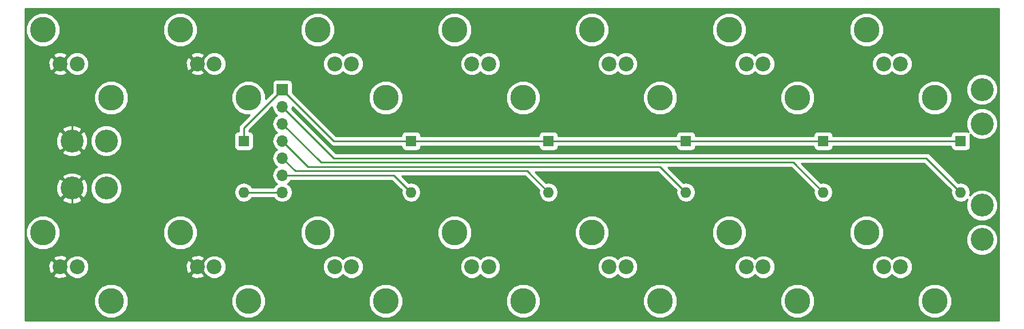
<source format=gbl>
G04 #@! TF.FileFunction,Copper,L2,Bot,Signal*
%FSLAX46Y46*%
G04 Gerber Fmt 4.6, Leading zero omitted, Abs format (unit mm)*
G04 Created by KiCad (PCBNEW 4.0.4+e1-6308~48~ubuntu15.10.1-stable) date Fri Oct 20 15:41:00 2017*
%MOMM*%
%LPD*%
G01*
G04 APERTURE LIST*
%ADD10C,0.100000*%
%ADD11C,3.810000*%
%ADD12C,2.200000*%
%ADD13C,3.400000*%
%ADD14R,1.700000X1.700000*%
%ADD15O,1.700000X1.700000*%
%ADD16R,1.600000X1.600000*%
%ADD17O,1.600000X1.600000*%
%ADD18C,0.600000*%
%ADD19C,0.250000*%
%ADD20C,0.254000*%
G04 APERTURE END LIST*
D10*
D11*
X205135000Y-94645000D03*
D12*
X210185000Y-99695000D03*
X207685000Y-99695000D03*
D11*
X215235000Y-104745000D03*
X205135000Y-124735000D03*
D12*
X210185000Y-129785000D03*
X207685000Y-129785000D03*
D11*
X215235000Y-134835000D03*
X184835000Y-94645000D03*
D12*
X189885000Y-99695000D03*
X187385000Y-99695000D03*
D11*
X194935000Y-104745000D03*
X184835000Y-124735000D03*
D12*
X189885000Y-129785000D03*
X187385000Y-129785000D03*
D11*
X194935000Y-134835000D03*
X164535000Y-94645000D03*
D12*
X169585000Y-99695000D03*
X167085000Y-99695000D03*
D11*
X174635000Y-104745000D03*
X164535000Y-124735000D03*
D12*
X169585000Y-129785000D03*
X167085000Y-129785000D03*
D11*
X174635000Y-134835000D03*
X144235000Y-94645000D03*
D12*
X149285000Y-99695000D03*
X146785000Y-99695000D03*
D11*
X154335000Y-104745000D03*
X144235000Y-124735000D03*
D12*
X149285000Y-129785000D03*
X146785000Y-129785000D03*
D11*
X154335000Y-134835000D03*
X123935000Y-94645000D03*
D12*
X128985000Y-99695000D03*
X126485000Y-99695000D03*
D11*
X134035000Y-104745000D03*
X123935000Y-124735000D03*
D12*
X128985000Y-129785000D03*
X126485000Y-129785000D03*
D11*
X134035000Y-134835000D03*
X83335000Y-94645000D03*
D12*
X88385000Y-99695000D03*
X85885000Y-99695000D03*
D11*
X93435000Y-104745000D03*
X103635000Y-94645000D03*
D12*
X108685000Y-99695000D03*
X106185000Y-99695000D03*
D11*
X113735000Y-104745000D03*
X83335000Y-124735000D03*
D12*
X88385000Y-129785000D03*
X85885000Y-129785000D03*
D11*
X93435000Y-134835000D03*
X103635000Y-124735000D03*
D12*
X108685000Y-129785000D03*
X106185000Y-129785000D03*
D11*
X113735000Y-134835000D03*
D13*
X222250000Y-108585000D03*
X222250000Y-120650000D03*
X92710000Y-111125000D03*
X92710000Y-118110000D03*
X222250000Y-103505000D03*
X222250000Y-125730000D03*
X87630000Y-111125000D03*
X87630000Y-118110000D03*
D14*
X118745000Y-103505000D03*
D15*
X118745000Y-106045000D03*
X118745000Y-108585000D03*
X118745000Y-111125000D03*
X118745000Y-113665000D03*
X118745000Y-116205000D03*
X118745000Y-118745000D03*
D16*
X219075000Y-111125000D03*
D17*
X219075000Y-118745000D03*
D16*
X198755000Y-111125000D03*
D17*
X198755000Y-118745000D03*
D16*
X178435000Y-111125000D03*
D17*
X178435000Y-118745000D03*
D16*
X158115000Y-111125000D03*
D17*
X158115000Y-118745000D03*
D16*
X113030000Y-111125000D03*
D17*
X113030000Y-118745000D03*
D16*
X137795000Y-111125000D03*
D17*
X137795000Y-118745000D03*
D18*
X198755000Y-127635000D03*
X180975000Y-127635000D03*
X178435000Y-127635000D03*
X160655000Y-127635000D03*
X158115000Y-127635000D03*
X140335000Y-127635000D03*
X137795000Y-127635000D03*
X198755000Y-101600000D03*
X137795000Y-101600000D03*
X140335000Y-101600000D03*
X158115000Y-101600000D03*
X160655000Y-101600000D03*
X178435000Y-101600000D03*
X180975000Y-101600000D03*
D19*
X113030000Y-111125000D02*
X113030000Y-109855000D01*
X113030000Y-109220000D02*
X116840000Y-105410000D01*
X113030000Y-109855000D02*
X113030000Y-109220000D01*
X118745000Y-103505000D02*
X126365000Y-111125000D01*
X126365000Y-111125000D02*
X137795000Y-111125000D01*
X116840000Y-105410000D02*
X118745000Y-103505000D01*
X198755000Y-111125000D02*
X219075000Y-111125000D01*
X178435000Y-111125000D02*
X198755000Y-111125000D01*
X158115000Y-111125000D02*
X178435000Y-111125000D01*
X137795000Y-111125000D02*
X158115000Y-111125000D01*
X118745000Y-106045000D02*
X126365000Y-113665000D01*
X213995000Y-113665000D02*
X219075000Y-118745000D01*
X126365000Y-113665000D02*
X213995000Y-113665000D01*
X118745000Y-108585000D02*
X124460000Y-114300000D01*
X124460000Y-114300000D02*
X194310000Y-114300000D01*
X194310000Y-114300000D02*
X198755000Y-118745000D01*
X118745000Y-111125000D02*
X122555000Y-114935000D01*
X122555000Y-114935000D02*
X168275000Y-114935000D01*
X168275000Y-114935000D02*
X174625000Y-114935000D01*
X174625000Y-114935000D02*
X178435000Y-118745000D01*
X118745000Y-113665000D02*
X120650000Y-115570000D01*
X158115000Y-118745000D02*
X154940000Y-115570000D01*
X154940000Y-115570000D02*
X120650000Y-115570000D01*
X118745000Y-116205000D02*
X122555000Y-116205000D01*
X122555000Y-116205000D02*
X135255000Y-116205000D01*
X135255000Y-116205000D02*
X137795000Y-118745000D01*
X113030000Y-118745000D02*
X118745000Y-118745000D01*
X91440000Y-101600000D02*
X95885000Y-97155000D01*
X133350000Y-97155000D02*
X137795000Y-101600000D01*
X95885000Y-97155000D02*
X133350000Y-97155000D01*
X87630000Y-118110000D02*
X87630000Y-123825000D01*
X180975000Y-127635000D02*
X198755000Y-127635000D01*
X179070000Y-127635000D02*
X178435000Y-127635000D01*
X160655000Y-127635000D02*
X179070000Y-127635000D01*
X140335000Y-127635000D02*
X158115000Y-127635000D01*
X91440000Y-127635000D02*
X137795000Y-127635000D01*
X87630000Y-123825000D02*
X91440000Y-127635000D01*
X87630000Y-111125000D02*
X87630000Y-105410000D01*
X140335000Y-101600000D02*
X158115000Y-101600000D01*
X160655000Y-101600000D02*
X178435000Y-101600000D01*
X180975000Y-101600000D02*
X198755000Y-101600000D01*
X87630000Y-105410000D02*
X91440000Y-101600000D01*
D20*
G36*
X224715000Y-137720000D02*
X80720000Y-137720000D01*
X80720000Y-135338021D01*
X90894560Y-135338021D01*
X91280437Y-136271915D01*
X91994327Y-136987052D01*
X92927546Y-137374559D01*
X93938021Y-137375440D01*
X94871915Y-136989563D01*
X95587052Y-136275673D01*
X95974559Y-135342454D01*
X95974562Y-135338021D01*
X111194560Y-135338021D01*
X111580437Y-136271915D01*
X112294327Y-136987052D01*
X113227546Y-137374559D01*
X114238021Y-137375440D01*
X115171915Y-136989563D01*
X115887052Y-136275673D01*
X116274559Y-135342454D01*
X116274562Y-135338021D01*
X131494560Y-135338021D01*
X131880437Y-136271915D01*
X132594327Y-136987052D01*
X133527546Y-137374559D01*
X134538021Y-137375440D01*
X135471915Y-136989563D01*
X136187052Y-136275673D01*
X136574559Y-135342454D01*
X136574562Y-135338021D01*
X151794560Y-135338021D01*
X152180437Y-136271915D01*
X152894327Y-136987052D01*
X153827546Y-137374559D01*
X154838021Y-137375440D01*
X155771915Y-136989563D01*
X156487052Y-136275673D01*
X156874559Y-135342454D01*
X156874562Y-135338021D01*
X172094560Y-135338021D01*
X172480437Y-136271915D01*
X173194327Y-136987052D01*
X174127546Y-137374559D01*
X175138021Y-137375440D01*
X176071915Y-136989563D01*
X176787052Y-136275673D01*
X177174559Y-135342454D01*
X177174562Y-135338021D01*
X192394560Y-135338021D01*
X192780437Y-136271915D01*
X193494327Y-136987052D01*
X194427546Y-137374559D01*
X195438021Y-137375440D01*
X196371915Y-136989563D01*
X197087052Y-136275673D01*
X197474559Y-135342454D01*
X197474562Y-135338021D01*
X212694560Y-135338021D01*
X213080437Y-136271915D01*
X213794327Y-136987052D01*
X214727546Y-137374559D01*
X215738021Y-137375440D01*
X216671915Y-136989563D01*
X217387052Y-136275673D01*
X217774559Y-135342454D01*
X217775440Y-134331979D01*
X217389563Y-133398085D01*
X216675673Y-132682948D01*
X215742454Y-132295441D01*
X214731979Y-132294560D01*
X213798085Y-132680437D01*
X213082948Y-133394327D01*
X212695441Y-134327546D01*
X212694560Y-135338021D01*
X197474562Y-135338021D01*
X197475440Y-134331979D01*
X197089563Y-133398085D01*
X196375673Y-132682948D01*
X195442454Y-132295441D01*
X194431979Y-132294560D01*
X193498085Y-132680437D01*
X192782948Y-133394327D01*
X192395441Y-134327546D01*
X192394560Y-135338021D01*
X177174562Y-135338021D01*
X177175440Y-134331979D01*
X176789563Y-133398085D01*
X176075673Y-132682948D01*
X175142454Y-132295441D01*
X174131979Y-132294560D01*
X173198085Y-132680437D01*
X172482948Y-133394327D01*
X172095441Y-134327546D01*
X172094560Y-135338021D01*
X156874562Y-135338021D01*
X156875440Y-134331979D01*
X156489563Y-133398085D01*
X155775673Y-132682948D01*
X154842454Y-132295441D01*
X153831979Y-132294560D01*
X152898085Y-132680437D01*
X152182948Y-133394327D01*
X151795441Y-134327546D01*
X151794560Y-135338021D01*
X136574562Y-135338021D01*
X136575440Y-134331979D01*
X136189563Y-133398085D01*
X135475673Y-132682948D01*
X134542454Y-132295441D01*
X133531979Y-132294560D01*
X132598085Y-132680437D01*
X131882948Y-133394327D01*
X131495441Y-134327546D01*
X131494560Y-135338021D01*
X116274562Y-135338021D01*
X116275440Y-134331979D01*
X115889563Y-133398085D01*
X115175673Y-132682948D01*
X114242454Y-132295441D01*
X113231979Y-132294560D01*
X112298085Y-132680437D01*
X111582948Y-133394327D01*
X111195441Y-134327546D01*
X111194560Y-135338021D01*
X95974562Y-135338021D01*
X95975440Y-134331979D01*
X95589563Y-133398085D01*
X94875673Y-132682948D01*
X93942454Y-132295441D01*
X92931979Y-132294560D01*
X91998085Y-132680437D01*
X91282948Y-133394327D01*
X90895441Y-134327546D01*
X90894560Y-135338021D01*
X80720000Y-135338021D01*
X80720000Y-131009868D01*
X84839737Y-131009868D01*
X84950641Y-131287099D01*
X85596593Y-131530323D01*
X86286453Y-131507836D01*
X86819359Y-131287099D01*
X86930263Y-131009868D01*
X85885000Y-129964605D01*
X84839737Y-131009868D01*
X80720000Y-131009868D01*
X80720000Y-129496593D01*
X84139677Y-129496593D01*
X84162164Y-130186453D01*
X84382901Y-130719359D01*
X84660132Y-130830263D01*
X85705395Y-129785000D01*
X86064605Y-129785000D01*
X86819744Y-130540139D01*
X86913281Y-130766515D01*
X87400918Y-131255004D01*
X88038373Y-131519699D01*
X88728599Y-131520301D01*
X89366515Y-131256719D01*
X89613797Y-131009868D01*
X105139737Y-131009868D01*
X105250641Y-131287099D01*
X105896593Y-131530323D01*
X106586453Y-131507836D01*
X107119359Y-131287099D01*
X107230263Y-131009868D01*
X106185000Y-129964605D01*
X105139737Y-131009868D01*
X89613797Y-131009868D01*
X89855004Y-130769082D01*
X90119699Y-130131627D01*
X90120252Y-129496593D01*
X104439677Y-129496593D01*
X104462164Y-130186453D01*
X104682901Y-130719359D01*
X104960132Y-130830263D01*
X106005395Y-129785000D01*
X106364605Y-129785000D01*
X107119744Y-130540139D01*
X107213281Y-130766515D01*
X107700918Y-131255004D01*
X108338373Y-131519699D01*
X109028599Y-131520301D01*
X109666515Y-131256719D01*
X110155004Y-130769082D01*
X110419699Y-130131627D01*
X110419701Y-130128599D01*
X124749699Y-130128599D01*
X125013281Y-130766515D01*
X125500918Y-131255004D01*
X126138373Y-131519699D01*
X126828599Y-131520301D01*
X127466515Y-131256719D01*
X127735040Y-130988662D01*
X128000918Y-131255004D01*
X128638373Y-131519699D01*
X129328599Y-131520301D01*
X129966515Y-131256719D01*
X130455004Y-130769082D01*
X130719699Y-130131627D01*
X130719701Y-130128599D01*
X145049699Y-130128599D01*
X145313281Y-130766515D01*
X145800918Y-131255004D01*
X146438373Y-131519699D01*
X147128599Y-131520301D01*
X147766515Y-131256719D01*
X148035040Y-130988662D01*
X148300918Y-131255004D01*
X148938373Y-131519699D01*
X149628599Y-131520301D01*
X150266515Y-131256719D01*
X150755004Y-130769082D01*
X151019699Y-130131627D01*
X151019701Y-130128599D01*
X165349699Y-130128599D01*
X165613281Y-130766515D01*
X166100918Y-131255004D01*
X166738373Y-131519699D01*
X167428599Y-131520301D01*
X168066515Y-131256719D01*
X168335040Y-130988662D01*
X168600918Y-131255004D01*
X169238373Y-131519699D01*
X169928599Y-131520301D01*
X170566515Y-131256719D01*
X171055004Y-130769082D01*
X171319699Y-130131627D01*
X171319701Y-130128599D01*
X185649699Y-130128599D01*
X185913281Y-130766515D01*
X186400918Y-131255004D01*
X187038373Y-131519699D01*
X187728599Y-131520301D01*
X188366515Y-131256719D01*
X188635040Y-130988662D01*
X188900918Y-131255004D01*
X189538373Y-131519699D01*
X190228599Y-131520301D01*
X190866515Y-131256719D01*
X191355004Y-130769082D01*
X191619699Y-130131627D01*
X191619701Y-130128599D01*
X205949699Y-130128599D01*
X206213281Y-130766515D01*
X206700918Y-131255004D01*
X207338373Y-131519699D01*
X208028599Y-131520301D01*
X208666515Y-131256719D01*
X208935040Y-130988662D01*
X209200918Y-131255004D01*
X209838373Y-131519699D01*
X210528599Y-131520301D01*
X211166515Y-131256719D01*
X211655004Y-130769082D01*
X211919699Y-130131627D01*
X211920301Y-129441401D01*
X211656719Y-128803485D01*
X211169082Y-128314996D01*
X210531627Y-128050301D01*
X209841401Y-128049699D01*
X209203485Y-128313281D01*
X208934960Y-128581338D01*
X208669082Y-128314996D01*
X208031627Y-128050301D01*
X207341401Y-128049699D01*
X206703485Y-128313281D01*
X206214996Y-128800918D01*
X205950301Y-129438373D01*
X205949699Y-130128599D01*
X191619701Y-130128599D01*
X191620301Y-129441401D01*
X191356719Y-128803485D01*
X190869082Y-128314996D01*
X190231627Y-128050301D01*
X189541401Y-128049699D01*
X188903485Y-128313281D01*
X188634960Y-128581338D01*
X188369082Y-128314996D01*
X187731627Y-128050301D01*
X187041401Y-128049699D01*
X186403485Y-128313281D01*
X185914996Y-128800918D01*
X185650301Y-129438373D01*
X185649699Y-130128599D01*
X171319701Y-130128599D01*
X171320301Y-129441401D01*
X171056719Y-128803485D01*
X170569082Y-128314996D01*
X169931627Y-128050301D01*
X169241401Y-128049699D01*
X168603485Y-128313281D01*
X168334960Y-128581338D01*
X168069082Y-128314996D01*
X167431627Y-128050301D01*
X166741401Y-128049699D01*
X166103485Y-128313281D01*
X165614996Y-128800918D01*
X165350301Y-129438373D01*
X165349699Y-130128599D01*
X151019701Y-130128599D01*
X151020301Y-129441401D01*
X150756719Y-128803485D01*
X150269082Y-128314996D01*
X149631627Y-128050301D01*
X148941401Y-128049699D01*
X148303485Y-128313281D01*
X148034960Y-128581338D01*
X147769082Y-128314996D01*
X147131627Y-128050301D01*
X146441401Y-128049699D01*
X145803485Y-128313281D01*
X145314996Y-128800918D01*
X145050301Y-129438373D01*
X145049699Y-130128599D01*
X130719701Y-130128599D01*
X130720301Y-129441401D01*
X130456719Y-128803485D01*
X129969082Y-128314996D01*
X129331627Y-128050301D01*
X128641401Y-128049699D01*
X128003485Y-128313281D01*
X127734960Y-128581338D01*
X127469082Y-128314996D01*
X126831627Y-128050301D01*
X126141401Y-128049699D01*
X125503485Y-128313281D01*
X125014996Y-128800918D01*
X124750301Y-129438373D01*
X124749699Y-130128599D01*
X110419701Y-130128599D01*
X110420301Y-129441401D01*
X110156719Y-128803485D01*
X109669082Y-128314996D01*
X109031627Y-128050301D01*
X108341401Y-128049699D01*
X107703485Y-128313281D01*
X107214996Y-128800918D01*
X107120063Y-129029542D01*
X106364605Y-129785000D01*
X106005395Y-129785000D01*
X104960132Y-128739737D01*
X104682901Y-128850641D01*
X104439677Y-129496593D01*
X90120252Y-129496593D01*
X90120301Y-129441401D01*
X89856719Y-128803485D01*
X89613791Y-128560132D01*
X105139737Y-128560132D01*
X106185000Y-129605395D01*
X107230263Y-128560132D01*
X107119359Y-128282901D01*
X106473407Y-128039677D01*
X105783547Y-128062164D01*
X105250641Y-128282901D01*
X105139737Y-128560132D01*
X89613791Y-128560132D01*
X89369082Y-128314996D01*
X88731627Y-128050301D01*
X88041401Y-128049699D01*
X87403485Y-128313281D01*
X86914996Y-128800918D01*
X86820063Y-129029542D01*
X86064605Y-129785000D01*
X85705395Y-129785000D01*
X84660132Y-128739737D01*
X84382901Y-128850641D01*
X84139677Y-129496593D01*
X80720000Y-129496593D01*
X80720000Y-128560132D01*
X84839737Y-128560132D01*
X85885000Y-129605395D01*
X86930263Y-128560132D01*
X86819359Y-128282901D01*
X86173407Y-128039677D01*
X85483547Y-128062164D01*
X84950641Y-128282901D01*
X84839737Y-128560132D01*
X80720000Y-128560132D01*
X80720000Y-125238021D01*
X80794560Y-125238021D01*
X81180437Y-126171915D01*
X81894327Y-126887052D01*
X82827546Y-127274559D01*
X83838021Y-127275440D01*
X84771915Y-126889563D01*
X85487052Y-126175673D01*
X85874559Y-125242454D01*
X85874562Y-125238021D01*
X101094560Y-125238021D01*
X101480437Y-126171915D01*
X102194327Y-126887052D01*
X103127546Y-127274559D01*
X104138021Y-127275440D01*
X105071915Y-126889563D01*
X105787052Y-126175673D01*
X106174559Y-125242454D01*
X106174562Y-125238021D01*
X121394560Y-125238021D01*
X121780437Y-126171915D01*
X122494327Y-126887052D01*
X123427546Y-127274559D01*
X124438021Y-127275440D01*
X125371915Y-126889563D01*
X126087052Y-126175673D01*
X126474559Y-125242454D01*
X126474562Y-125238021D01*
X141694560Y-125238021D01*
X142080437Y-126171915D01*
X142794327Y-126887052D01*
X143727546Y-127274559D01*
X144738021Y-127275440D01*
X145671915Y-126889563D01*
X146387052Y-126175673D01*
X146774559Y-125242454D01*
X146774562Y-125238021D01*
X161994560Y-125238021D01*
X162380437Y-126171915D01*
X163094327Y-126887052D01*
X164027546Y-127274559D01*
X165038021Y-127275440D01*
X165971915Y-126889563D01*
X166687052Y-126175673D01*
X167074559Y-125242454D01*
X167074562Y-125238021D01*
X182294560Y-125238021D01*
X182680437Y-126171915D01*
X183394327Y-126887052D01*
X184327546Y-127274559D01*
X185338021Y-127275440D01*
X186271915Y-126889563D01*
X186987052Y-126175673D01*
X187374559Y-125242454D01*
X187374562Y-125238021D01*
X202594560Y-125238021D01*
X202980437Y-126171915D01*
X203694327Y-126887052D01*
X204627546Y-127274559D01*
X205638021Y-127275440D01*
X206571915Y-126889563D01*
X207270273Y-126192422D01*
X219914596Y-126192422D01*
X220269329Y-127050943D01*
X220925602Y-127708362D01*
X221783502Y-128064593D01*
X222712422Y-128065404D01*
X223570943Y-127710671D01*
X224228362Y-127054398D01*
X224584593Y-126196498D01*
X224585404Y-125267578D01*
X224230671Y-124409057D01*
X223574398Y-123751638D01*
X222716498Y-123395407D01*
X221787578Y-123394596D01*
X220929057Y-123749329D01*
X220271638Y-124405602D01*
X219915407Y-125263502D01*
X219914596Y-126192422D01*
X207270273Y-126192422D01*
X207287052Y-126175673D01*
X207674559Y-125242454D01*
X207675440Y-124231979D01*
X207289563Y-123298085D01*
X206575673Y-122582948D01*
X205642454Y-122195441D01*
X204631979Y-122194560D01*
X203698085Y-122580437D01*
X202982948Y-123294327D01*
X202595441Y-124227546D01*
X202594560Y-125238021D01*
X187374562Y-125238021D01*
X187375440Y-124231979D01*
X186989563Y-123298085D01*
X186275673Y-122582948D01*
X185342454Y-122195441D01*
X184331979Y-122194560D01*
X183398085Y-122580437D01*
X182682948Y-123294327D01*
X182295441Y-124227546D01*
X182294560Y-125238021D01*
X167074562Y-125238021D01*
X167075440Y-124231979D01*
X166689563Y-123298085D01*
X165975673Y-122582948D01*
X165042454Y-122195441D01*
X164031979Y-122194560D01*
X163098085Y-122580437D01*
X162382948Y-123294327D01*
X161995441Y-124227546D01*
X161994560Y-125238021D01*
X146774562Y-125238021D01*
X146775440Y-124231979D01*
X146389563Y-123298085D01*
X145675673Y-122582948D01*
X144742454Y-122195441D01*
X143731979Y-122194560D01*
X142798085Y-122580437D01*
X142082948Y-123294327D01*
X141695441Y-124227546D01*
X141694560Y-125238021D01*
X126474562Y-125238021D01*
X126475440Y-124231979D01*
X126089563Y-123298085D01*
X125375673Y-122582948D01*
X124442454Y-122195441D01*
X123431979Y-122194560D01*
X122498085Y-122580437D01*
X121782948Y-123294327D01*
X121395441Y-124227546D01*
X121394560Y-125238021D01*
X106174562Y-125238021D01*
X106175440Y-124231979D01*
X105789563Y-123298085D01*
X105075673Y-122582948D01*
X104142454Y-122195441D01*
X103131979Y-122194560D01*
X102198085Y-122580437D01*
X101482948Y-123294327D01*
X101095441Y-124227546D01*
X101094560Y-125238021D01*
X85874562Y-125238021D01*
X85875440Y-124231979D01*
X85489563Y-123298085D01*
X84775673Y-122582948D01*
X83842454Y-122195441D01*
X82831979Y-122194560D01*
X81898085Y-122580437D01*
X81182948Y-123294327D01*
X80795441Y-124227546D01*
X80794560Y-125238021D01*
X80720000Y-125238021D01*
X80720000Y-119768422D01*
X86151183Y-119768422D01*
X86335371Y-120107970D01*
X87198509Y-120451316D01*
X88127336Y-120438218D01*
X88924629Y-120107970D01*
X89108817Y-119768422D01*
X87630000Y-118289605D01*
X86151183Y-119768422D01*
X80720000Y-119768422D01*
X80720000Y-117678509D01*
X85288684Y-117678509D01*
X85301782Y-118607336D01*
X85632030Y-119404629D01*
X85971578Y-119588817D01*
X87450395Y-118110000D01*
X87809605Y-118110000D01*
X89288422Y-119588817D01*
X89627970Y-119404629D01*
X89959012Y-118572422D01*
X90374596Y-118572422D01*
X90729329Y-119430943D01*
X91385602Y-120088362D01*
X92243502Y-120444593D01*
X93172422Y-120445404D01*
X94030943Y-120090671D01*
X94688362Y-119434398D01*
X95044593Y-118576498D01*
X95045404Y-117647578D01*
X94690671Y-116789057D01*
X94034398Y-116131638D01*
X93176498Y-115775407D01*
X92247578Y-115774596D01*
X91389057Y-116129329D01*
X90731638Y-116785602D01*
X90375407Y-117643502D01*
X90374596Y-118572422D01*
X89959012Y-118572422D01*
X89971316Y-118541491D01*
X89958218Y-117612664D01*
X89627970Y-116815371D01*
X89288422Y-116631183D01*
X87809605Y-118110000D01*
X87450395Y-118110000D01*
X85971578Y-116631183D01*
X85632030Y-116815371D01*
X85288684Y-117678509D01*
X80720000Y-117678509D01*
X80720000Y-116451578D01*
X86151183Y-116451578D01*
X87630000Y-117930395D01*
X89108817Y-116451578D01*
X88924629Y-116112030D01*
X88061491Y-115768684D01*
X87132664Y-115781782D01*
X86335371Y-116112030D01*
X86151183Y-116451578D01*
X80720000Y-116451578D01*
X80720000Y-112783422D01*
X86151183Y-112783422D01*
X86335371Y-113122970D01*
X87198509Y-113466316D01*
X88127336Y-113453218D01*
X88924629Y-113122970D01*
X89108817Y-112783422D01*
X87630000Y-111304605D01*
X86151183Y-112783422D01*
X80720000Y-112783422D01*
X80720000Y-110693509D01*
X85288684Y-110693509D01*
X85301782Y-111622336D01*
X85632030Y-112419629D01*
X85971578Y-112603817D01*
X87450395Y-111125000D01*
X87809605Y-111125000D01*
X89288422Y-112603817D01*
X89627970Y-112419629D01*
X89959012Y-111587422D01*
X90374596Y-111587422D01*
X90729329Y-112445943D01*
X91385602Y-113103362D01*
X92243502Y-113459593D01*
X93172422Y-113460404D01*
X94030943Y-113105671D01*
X94688362Y-112449398D01*
X95044593Y-111591498D01*
X95045404Y-110662578D01*
X94690671Y-109804057D01*
X94034398Y-109146638D01*
X93176498Y-108790407D01*
X92247578Y-108789596D01*
X91389057Y-109144329D01*
X90731638Y-109800602D01*
X90375407Y-110658502D01*
X90374596Y-111587422D01*
X89959012Y-111587422D01*
X89971316Y-111556491D01*
X89958218Y-110627664D01*
X89627970Y-109830371D01*
X89288422Y-109646183D01*
X87809605Y-111125000D01*
X87450395Y-111125000D01*
X85971578Y-109646183D01*
X85632030Y-109830371D01*
X85288684Y-110693509D01*
X80720000Y-110693509D01*
X80720000Y-109466578D01*
X86151183Y-109466578D01*
X87630000Y-110945395D01*
X89108817Y-109466578D01*
X88924629Y-109127030D01*
X88061491Y-108783684D01*
X87132664Y-108796782D01*
X86335371Y-109127030D01*
X86151183Y-109466578D01*
X80720000Y-109466578D01*
X80720000Y-105248021D01*
X90894560Y-105248021D01*
X91280437Y-106181915D01*
X91994327Y-106897052D01*
X92927546Y-107284559D01*
X93938021Y-107285440D01*
X94871915Y-106899563D01*
X95587052Y-106185673D01*
X95974559Y-105252454D01*
X95974562Y-105248021D01*
X111194560Y-105248021D01*
X111580437Y-106181915D01*
X112294327Y-106897052D01*
X113227546Y-107284559D01*
X113890061Y-107285137D01*
X112492599Y-108682599D01*
X112327852Y-108929161D01*
X112270000Y-109220000D01*
X112270000Y-109677560D01*
X112230000Y-109677560D01*
X111994683Y-109721838D01*
X111778559Y-109860910D01*
X111633569Y-110073110D01*
X111582560Y-110325000D01*
X111582560Y-111925000D01*
X111626838Y-112160317D01*
X111765910Y-112376441D01*
X111978110Y-112521431D01*
X112230000Y-112572440D01*
X113830000Y-112572440D01*
X114065317Y-112528162D01*
X114281441Y-112389090D01*
X114426431Y-112176890D01*
X114477440Y-111925000D01*
X114477440Y-110325000D01*
X114433162Y-110089683D01*
X114294090Y-109873559D01*
X114081890Y-109728569D01*
X113830000Y-109677560D01*
X113790000Y-109677560D01*
X113790000Y-109534802D01*
X117239019Y-106085783D01*
X117343946Y-106613285D01*
X117665853Y-107095054D01*
X117995026Y-107315000D01*
X117665853Y-107534946D01*
X117343946Y-108016715D01*
X117230907Y-108585000D01*
X117343946Y-109153285D01*
X117665853Y-109635054D01*
X117995026Y-109855000D01*
X117665853Y-110074946D01*
X117343946Y-110556715D01*
X117230907Y-111125000D01*
X117343946Y-111693285D01*
X117665853Y-112175054D01*
X117995026Y-112395000D01*
X117665853Y-112614946D01*
X117343946Y-113096715D01*
X117230907Y-113665000D01*
X117343946Y-114233285D01*
X117665853Y-114715054D01*
X117995026Y-114935000D01*
X117665853Y-115154946D01*
X117343946Y-115636715D01*
X117230907Y-116205000D01*
X117343946Y-116773285D01*
X117665853Y-117255054D01*
X117995026Y-117475000D01*
X117665853Y-117694946D01*
X117472046Y-117985000D01*
X114233667Y-117985000D01*
X114044698Y-117702189D01*
X113579151Y-117391120D01*
X113030000Y-117281887D01*
X112480849Y-117391120D01*
X112015302Y-117702189D01*
X111704233Y-118167736D01*
X111595000Y-118716887D01*
X111595000Y-118773113D01*
X111704233Y-119322264D01*
X112015302Y-119787811D01*
X112480849Y-120098880D01*
X113030000Y-120208113D01*
X113579151Y-120098880D01*
X114044698Y-119787811D01*
X114233667Y-119505000D01*
X117472046Y-119505000D01*
X117665853Y-119795054D01*
X118147622Y-120116961D01*
X118715907Y-120230000D01*
X118774093Y-120230000D01*
X119342378Y-120116961D01*
X119824147Y-119795054D01*
X120146054Y-119313285D01*
X120259093Y-118745000D01*
X120146054Y-118176715D01*
X119824147Y-117694946D01*
X119494974Y-117475000D01*
X119824147Y-117255054D01*
X120017954Y-116965000D01*
X134940198Y-116965000D01*
X136415096Y-118439898D01*
X136360000Y-118716887D01*
X136360000Y-118773113D01*
X136469233Y-119322264D01*
X136780302Y-119787811D01*
X137245849Y-120098880D01*
X137795000Y-120208113D01*
X138344151Y-120098880D01*
X138809698Y-119787811D01*
X139120767Y-119322264D01*
X139230000Y-118773113D01*
X139230000Y-118716887D01*
X139120767Y-118167736D01*
X138809698Y-117702189D01*
X138344151Y-117391120D01*
X137795000Y-117281887D01*
X137471114Y-117346312D01*
X136454802Y-116330000D01*
X154625198Y-116330000D01*
X156735096Y-118439898D01*
X156680000Y-118716887D01*
X156680000Y-118773113D01*
X156789233Y-119322264D01*
X157100302Y-119787811D01*
X157565849Y-120098880D01*
X158115000Y-120208113D01*
X158664151Y-120098880D01*
X159129698Y-119787811D01*
X159440767Y-119322264D01*
X159550000Y-118773113D01*
X159550000Y-118716887D01*
X159440767Y-118167736D01*
X159129698Y-117702189D01*
X158664151Y-117391120D01*
X158115000Y-117281887D01*
X157791114Y-117346312D01*
X156139802Y-115695000D01*
X174310198Y-115695000D01*
X177055096Y-118439898D01*
X177000000Y-118716887D01*
X177000000Y-118773113D01*
X177109233Y-119322264D01*
X177420302Y-119787811D01*
X177885849Y-120098880D01*
X178435000Y-120208113D01*
X178984151Y-120098880D01*
X179449698Y-119787811D01*
X179760767Y-119322264D01*
X179870000Y-118773113D01*
X179870000Y-118716887D01*
X179760767Y-118167736D01*
X179449698Y-117702189D01*
X178984151Y-117391120D01*
X178435000Y-117281887D01*
X178111114Y-117346312D01*
X175824802Y-115060000D01*
X193995198Y-115060000D01*
X197375096Y-118439898D01*
X197320000Y-118716887D01*
X197320000Y-118773113D01*
X197429233Y-119322264D01*
X197740302Y-119787811D01*
X198205849Y-120098880D01*
X198755000Y-120208113D01*
X199304151Y-120098880D01*
X199769698Y-119787811D01*
X200080767Y-119322264D01*
X200190000Y-118773113D01*
X200190000Y-118716887D01*
X200080767Y-118167736D01*
X199769698Y-117702189D01*
X199304151Y-117391120D01*
X198755000Y-117281887D01*
X198431114Y-117346312D01*
X195509802Y-114425000D01*
X213680198Y-114425000D01*
X217695096Y-118439898D01*
X217640000Y-118716887D01*
X217640000Y-118773113D01*
X217749233Y-119322264D01*
X218060302Y-119787811D01*
X218525849Y-120098880D01*
X219075000Y-120208113D01*
X219624151Y-120098880D01*
X220075878Y-119797045D01*
X219915407Y-120183502D01*
X219914596Y-121112422D01*
X220269329Y-121970943D01*
X220925602Y-122628362D01*
X221783502Y-122984593D01*
X222712422Y-122985404D01*
X223570943Y-122630671D01*
X224228362Y-121974398D01*
X224584593Y-121116498D01*
X224585404Y-120187578D01*
X224230671Y-119329057D01*
X223574398Y-118671638D01*
X222716498Y-118315407D01*
X221787578Y-118314596D01*
X220929057Y-118669329D01*
X220431932Y-119165588D01*
X220510000Y-118773113D01*
X220510000Y-118716887D01*
X220400767Y-118167736D01*
X220089698Y-117702189D01*
X219624151Y-117391120D01*
X219075000Y-117281887D01*
X218751114Y-117346312D01*
X214532401Y-113127599D01*
X214285839Y-112962852D01*
X213995000Y-112905000D01*
X126679802Y-112905000D01*
X120186210Y-106411408D01*
X120250981Y-106085783D01*
X125827599Y-111662401D01*
X126074160Y-111827148D01*
X126365000Y-111885000D01*
X136347560Y-111885000D01*
X136347560Y-111925000D01*
X136391838Y-112160317D01*
X136530910Y-112376441D01*
X136743110Y-112521431D01*
X136995000Y-112572440D01*
X138595000Y-112572440D01*
X138830317Y-112528162D01*
X139046441Y-112389090D01*
X139191431Y-112176890D01*
X139242440Y-111925000D01*
X139242440Y-111885000D01*
X156667560Y-111885000D01*
X156667560Y-111925000D01*
X156711838Y-112160317D01*
X156850910Y-112376441D01*
X157063110Y-112521431D01*
X157315000Y-112572440D01*
X158915000Y-112572440D01*
X159150317Y-112528162D01*
X159366441Y-112389090D01*
X159511431Y-112176890D01*
X159562440Y-111925000D01*
X159562440Y-111885000D01*
X176987560Y-111885000D01*
X176987560Y-111925000D01*
X177031838Y-112160317D01*
X177170910Y-112376441D01*
X177383110Y-112521431D01*
X177635000Y-112572440D01*
X179235000Y-112572440D01*
X179470317Y-112528162D01*
X179686441Y-112389090D01*
X179831431Y-112176890D01*
X179882440Y-111925000D01*
X179882440Y-111885000D01*
X197307560Y-111885000D01*
X197307560Y-111925000D01*
X197351838Y-112160317D01*
X197490910Y-112376441D01*
X197703110Y-112521431D01*
X197955000Y-112572440D01*
X199555000Y-112572440D01*
X199790317Y-112528162D01*
X200006441Y-112389090D01*
X200151431Y-112176890D01*
X200202440Y-111925000D01*
X200202440Y-111885000D01*
X217627560Y-111885000D01*
X217627560Y-111925000D01*
X217671838Y-112160317D01*
X217810910Y-112376441D01*
X218023110Y-112521431D01*
X218275000Y-112572440D01*
X219875000Y-112572440D01*
X220110317Y-112528162D01*
X220326441Y-112389090D01*
X220471431Y-112176890D01*
X220522440Y-111925000D01*
X220522440Y-110325000D01*
X220484065Y-110121054D01*
X220925602Y-110563362D01*
X221783502Y-110919593D01*
X222712422Y-110920404D01*
X223570943Y-110565671D01*
X224228362Y-109909398D01*
X224584593Y-109051498D01*
X224585404Y-108122578D01*
X224230671Y-107264057D01*
X223574398Y-106606638D01*
X222716498Y-106250407D01*
X221787578Y-106249596D01*
X220929057Y-106604329D01*
X220271638Y-107260602D01*
X219915407Y-108118502D01*
X219914596Y-109047422D01*
X220223242Y-109794403D01*
X220126890Y-109728569D01*
X219875000Y-109677560D01*
X218275000Y-109677560D01*
X218039683Y-109721838D01*
X217823559Y-109860910D01*
X217678569Y-110073110D01*
X217627560Y-110325000D01*
X217627560Y-110365000D01*
X200202440Y-110365000D01*
X200202440Y-110325000D01*
X200158162Y-110089683D01*
X200019090Y-109873559D01*
X199806890Y-109728569D01*
X199555000Y-109677560D01*
X197955000Y-109677560D01*
X197719683Y-109721838D01*
X197503559Y-109860910D01*
X197358569Y-110073110D01*
X197307560Y-110325000D01*
X197307560Y-110365000D01*
X179882440Y-110365000D01*
X179882440Y-110325000D01*
X179838162Y-110089683D01*
X179699090Y-109873559D01*
X179486890Y-109728569D01*
X179235000Y-109677560D01*
X177635000Y-109677560D01*
X177399683Y-109721838D01*
X177183559Y-109860910D01*
X177038569Y-110073110D01*
X176987560Y-110325000D01*
X176987560Y-110365000D01*
X159562440Y-110365000D01*
X159562440Y-110325000D01*
X159518162Y-110089683D01*
X159379090Y-109873559D01*
X159166890Y-109728569D01*
X158915000Y-109677560D01*
X157315000Y-109677560D01*
X157079683Y-109721838D01*
X156863559Y-109860910D01*
X156718569Y-110073110D01*
X156667560Y-110325000D01*
X156667560Y-110365000D01*
X139242440Y-110365000D01*
X139242440Y-110325000D01*
X139198162Y-110089683D01*
X139059090Y-109873559D01*
X138846890Y-109728569D01*
X138595000Y-109677560D01*
X136995000Y-109677560D01*
X136759683Y-109721838D01*
X136543559Y-109860910D01*
X136398569Y-110073110D01*
X136347560Y-110325000D01*
X136347560Y-110365000D01*
X126679802Y-110365000D01*
X121562823Y-105248021D01*
X131494560Y-105248021D01*
X131880437Y-106181915D01*
X132594327Y-106897052D01*
X133527546Y-107284559D01*
X134538021Y-107285440D01*
X135471915Y-106899563D01*
X136187052Y-106185673D01*
X136574559Y-105252454D01*
X136574562Y-105248021D01*
X151794560Y-105248021D01*
X152180437Y-106181915D01*
X152894327Y-106897052D01*
X153827546Y-107284559D01*
X154838021Y-107285440D01*
X155771915Y-106899563D01*
X156487052Y-106185673D01*
X156874559Y-105252454D01*
X156874562Y-105248021D01*
X172094560Y-105248021D01*
X172480437Y-106181915D01*
X173194327Y-106897052D01*
X174127546Y-107284559D01*
X175138021Y-107285440D01*
X176071915Y-106899563D01*
X176787052Y-106185673D01*
X177174559Y-105252454D01*
X177174562Y-105248021D01*
X192394560Y-105248021D01*
X192780437Y-106181915D01*
X193494327Y-106897052D01*
X194427546Y-107284559D01*
X195438021Y-107285440D01*
X196371915Y-106899563D01*
X197087052Y-106185673D01*
X197474559Y-105252454D01*
X197474562Y-105248021D01*
X212694560Y-105248021D01*
X213080437Y-106181915D01*
X213794327Y-106897052D01*
X214727546Y-107284559D01*
X215738021Y-107285440D01*
X216671915Y-106899563D01*
X217387052Y-106185673D01*
X217774559Y-105252454D01*
X217775440Y-104241979D01*
X217661996Y-103967422D01*
X219914596Y-103967422D01*
X220269329Y-104825943D01*
X220925602Y-105483362D01*
X221783502Y-105839593D01*
X222712422Y-105840404D01*
X223570943Y-105485671D01*
X224228362Y-104829398D01*
X224584593Y-103971498D01*
X224585404Y-103042578D01*
X224230671Y-102184057D01*
X223574398Y-101526638D01*
X222716498Y-101170407D01*
X221787578Y-101169596D01*
X220929057Y-101524329D01*
X220271638Y-102180602D01*
X219915407Y-103038502D01*
X219914596Y-103967422D01*
X217661996Y-103967422D01*
X217389563Y-103308085D01*
X216675673Y-102592948D01*
X215742454Y-102205441D01*
X214731979Y-102204560D01*
X213798085Y-102590437D01*
X213082948Y-103304327D01*
X212695441Y-104237546D01*
X212694560Y-105248021D01*
X197474562Y-105248021D01*
X197475440Y-104241979D01*
X197089563Y-103308085D01*
X196375673Y-102592948D01*
X195442454Y-102205441D01*
X194431979Y-102204560D01*
X193498085Y-102590437D01*
X192782948Y-103304327D01*
X192395441Y-104237546D01*
X192394560Y-105248021D01*
X177174562Y-105248021D01*
X177175440Y-104241979D01*
X176789563Y-103308085D01*
X176075673Y-102592948D01*
X175142454Y-102205441D01*
X174131979Y-102204560D01*
X173198085Y-102590437D01*
X172482948Y-103304327D01*
X172095441Y-104237546D01*
X172094560Y-105248021D01*
X156874562Y-105248021D01*
X156875440Y-104241979D01*
X156489563Y-103308085D01*
X155775673Y-102592948D01*
X154842454Y-102205441D01*
X153831979Y-102204560D01*
X152898085Y-102590437D01*
X152182948Y-103304327D01*
X151795441Y-104237546D01*
X151794560Y-105248021D01*
X136574562Y-105248021D01*
X136575440Y-104241979D01*
X136189563Y-103308085D01*
X135475673Y-102592948D01*
X134542454Y-102205441D01*
X133531979Y-102204560D01*
X132598085Y-102590437D01*
X131882948Y-103304327D01*
X131495441Y-104237546D01*
X131494560Y-105248021D01*
X121562823Y-105248021D01*
X120242440Y-103927638D01*
X120242440Y-102655000D01*
X120198162Y-102419683D01*
X120059090Y-102203559D01*
X119846890Y-102058569D01*
X119595000Y-102007560D01*
X117895000Y-102007560D01*
X117659683Y-102051838D01*
X117443559Y-102190910D01*
X117298569Y-102403110D01*
X117247560Y-102655000D01*
X117247560Y-103927638D01*
X116274866Y-104900332D01*
X116275440Y-104241979D01*
X115889563Y-103308085D01*
X115175673Y-102592948D01*
X114242454Y-102205441D01*
X113231979Y-102204560D01*
X112298085Y-102590437D01*
X111582948Y-103304327D01*
X111195441Y-104237546D01*
X111194560Y-105248021D01*
X95974562Y-105248021D01*
X95975440Y-104241979D01*
X95589563Y-103308085D01*
X94875673Y-102592948D01*
X93942454Y-102205441D01*
X92931979Y-102204560D01*
X91998085Y-102590437D01*
X91282948Y-103304327D01*
X90895441Y-104237546D01*
X90894560Y-105248021D01*
X80720000Y-105248021D01*
X80720000Y-100919868D01*
X84839737Y-100919868D01*
X84950641Y-101197099D01*
X85596593Y-101440323D01*
X86286453Y-101417836D01*
X86819359Y-101197099D01*
X86930263Y-100919868D01*
X85885000Y-99874605D01*
X84839737Y-100919868D01*
X80720000Y-100919868D01*
X80720000Y-99406593D01*
X84139677Y-99406593D01*
X84162164Y-100096453D01*
X84382901Y-100629359D01*
X84660132Y-100740263D01*
X85705395Y-99695000D01*
X86064605Y-99695000D01*
X86819744Y-100450139D01*
X86913281Y-100676515D01*
X87400918Y-101165004D01*
X88038373Y-101429699D01*
X88728599Y-101430301D01*
X89366515Y-101166719D01*
X89613797Y-100919868D01*
X105139737Y-100919868D01*
X105250641Y-101197099D01*
X105896593Y-101440323D01*
X106586453Y-101417836D01*
X107119359Y-101197099D01*
X107230263Y-100919868D01*
X106185000Y-99874605D01*
X105139737Y-100919868D01*
X89613797Y-100919868D01*
X89855004Y-100679082D01*
X90119699Y-100041627D01*
X90120252Y-99406593D01*
X104439677Y-99406593D01*
X104462164Y-100096453D01*
X104682901Y-100629359D01*
X104960132Y-100740263D01*
X106005395Y-99695000D01*
X106364605Y-99695000D01*
X107119744Y-100450139D01*
X107213281Y-100676515D01*
X107700918Y-101165004D01*
X108338373Y-101429699D01*
X109028599Y-101430301D01*
X109666515Y-101166719D01*
X110155004Y-100679082D01*
X110419699Y-100041627D01*
X110419701Y-100038599D01*
X124749699Y-100038599D01*
X125013281Y-100676515D01*
X125500918Y-101165004D01*
X126138373Y-101429699D01*
X126828599Y-101430301D01*
X127466515Y-101166719D01*
X127735040Y-100898662D01*
X128000918Y-101165004D01*
X128638373Y-101429699D01*
X129328599Y-101430301D01*
X129966515Y-101166719D01*
X130455004Y-100679082D01*
X130719699Y-100041627D01*
X130719701Y-100038599D01*
X145049699Y-100038599D01*
X145313281Y-100676515D01*
X145800918Y-101165004D01*
X146438373Y-101429699D01*
X147128599Y-101430301D01*
X147766515Y-101166719D01*
X148035040Y-100898662D01*
X148300918Y-101165004D01*
X148938373Y-101429699D01*
X149628599Y-101430301D01*
X150266515Y-101166719D01*
X150755004Y-100679082D01*
X151019699Y-100041627D01*
X151019701Y-100038599D01*
X165349699Y-100038599D01*
X165613281Y-100676515D01*
X166100918Y-101165004D01*
X166738373Y-101429699D01*
X167428599Y-101430301D01*
X168066515Y-101166719D01*
X168335040Y-100898662D01*
X168600918Y-101165004D01*
X169238373Y-101429699D01*
X169928599Y-101430301D01*
X170566515Y-101166719D01*
X171055004Y-100679082D01*
X171319699Y-100041627D01*
X171319701Y-100038599D01*
X185649699Y-100038599D01*
X185913281Y-100676515D01*
X186400918Y-101165004D01*
X187038373Y-101429699D01*
X187728599Y-101430301D01*
X188366515Y-101166719D01*
X188635040Y-100898662D01*
X188900918Y-101165004D01*
X189538373Y-101429699D01*
X190228599Y-101430301D01*
X190866515Y-101166719D01*
X191355004Y-100679082D01*
X191619699Y-100041627D01*
X191619701Y-100038599D01*
X205949699Y-100038599D01*
X206213281Y-100676515D01*
X206700918Y-101165004D01*
X207338373Y-101429699D01*
X208028599Y-101430301D01*
X208666515Y-101166719D01*
X208935040Y-100898662D01*
X209200918Y-101165004D01*
X209838373Y-101429699D01*
X210528599Y-101430301D01*
X211166515Y-101166719D01*
X211655004Y-100679082D01*
X211919699Y-100041627D01*
X211920301Y-99351401D01*
X211656719Y-98713485D01*
X211169082Y-98224996D01*
X210531627Y-97960301D01*
X209841401Y-97959699D01*
X209203485Y-98223281D01*
X208934960Y-98491338D01*
X208669082Y-98224996D01*
X208031627Y-97960301D01*
X207341401Y-97959699D01*
X206703485Y-98223281D01*
X206214996Y-98710918D01*
X205950301Y-99348373D01*
X205949699Y-100038599D01*
X191619701Y-100038599D01*
X191620301Y-99351401D01*
X191356719Y-98713485D01*
X190869082Y-98224996D01*
X190231627Y-97960301D01*
X189541401Y-97959699D01*
X188903485Y-98223281D01*
X188634960Y-98491338D01*
X188369082Y-98224996D01*
X187731627Y-97960301D01*
X187041401Y-97959699D01*
X186403485Y-98223281D01*
X185914996Y-98710918D01*
X185650301Y-99348373D01*
X185649699Y-100038599D01*
X171319701Y-100038599D01*
X171320301Y-99351401D01*
X171056719Y-98713485D01*
X170569082Y-98224996D01*
X169931627Y-97960301D01*
X169241401Y-97959699D01*
X168603485Y-98223281D01*
X168334960Y-98491338D01*
X168069082Y-98224996D01*
X167431627Y-97960301D01*
X166741401Y-97959699D01*
X166103485Y-98223281D01*
X165614996Y-98710918D01*
X165350301Y-99348373D01*
X165349699Y-100038599D01*
X151019701Y-100038599D01*
X151020301Y-99351401D01*
X150756719Y-98713485D01*
X150269082Y-98224996D01*
X149631627Y-97960301D01*
X148941401Y-97959699D01*
X148303485Y-98223281D01*
X148034960Y-98491338D01*
X147769082Y-98224996D01*
X147131627Y-97960301D01*
X146441401Y-97959699D01*
X145803485Y-98223281D01*
X145314996Y-98710918D01*
X145050301Y-99348373D01*
X145049699Y-100038599D01*
X130719701Y-100038599D01*
X130720301Y-99351401D01*
X130456719Y-98713485D01*
X129969082Y-98224996D01*
X129331627Y-97960301D01*
X128641401Y-97959699D01*
X128003485Y-98223281D01*
X127734960Y-98491338D01*
X127469082Y-98224996D01*
X126831627Y-97960301D01*
X126141401Y-97959699D01*
X125503485Y-98223281D01*
X125014996Y-98710918D01*
X124750301Y-99348373D01*
X124749699Y-100038599D01*
X110419701Y-100038599D01*
X110420301Y-99351401D01*
X110156719Y-98713485D01*
X109669082Y-98224996D01*
X109031627Y-97960301D01*
X108341401Y-97959699D01*
X107703485Y-98223281D01*
X107214996Y-98710918D01*
X107120063Y-98939542D01*
X106364605Y-99695000D01*
X106005395Y-99695000D01*
X104960132Y-98649737D01*
X104682901Y-98760641D01*
X104439677Y-99406593D01*
X90120252Y-99406593D01*
X90120301Y-99351401D01*
X89856719Y-98713485D01*
X89613791Y-98470132D01*
X105139737Y-98470132D01*
X106185000Y-99515395D01*
X107230263Y-98470132D01*
X107119359Y-98192901D01*
X106473407Y-97949677D01*
X105783547Y-97972164D01*
X105250641Y-98192901D01*
X105139737Y-98470132D01*
X89613791Y-98470132D01*
X89369082Y-98224996D01*
X88731627Y-97960301D01*
X88041401Y-97959699D01*
X87403485Y-98223281D01*
X86914996Y-98710918D01*
X86820063Y-98939542D01*
X86064605Y-99695000D01*
X85705395Y-99695000D01*
X84660132Y-98649737D01*
X84382901Y-98760641D01*
X84139677Y-99406593D01*
X80720000Y-99406593D01*
X80720000Y-98470132D01*
X84839737Y-98470132D01*
X85885000Y-99515395D01*
X86930263Y-98470132D01*
X86819359Y-98192901D01*
X86173407Y-97949677D01*
X85483547Y-97972164D01*
X84950641Y-98192901D01*
X84839737Y-98470132D01*
X80720000Y-98470132D01*
X80720000Y-95148021D01*
X80794560Y-95148021D01*
X81180437Y-96081915D01*
X81894327Y-96797052D01*
X82827546Y-97184559D01*
X83838021Y-97185440D01*
X84771915Y-96799563D01*
X85487052Y-96085673D01*
X85874559Y-95152454D01*
X85874562Y-95148021D01*
X101094560Y-95148021D01*
X101480437Y-96081915D01*
X102194327Y-96797052D01*
X103127546Y-97184559D01*
X104138021Y-97185440D01*
X105071915Y-96799563D01*
X105787052Y-96085673D01*
X106174559Y-95152454D01*
X106174562Y-95148021D01*
X121394560Y-95148021D01*
X121780437Y-96081915D01*
X122494327Y-96797052D01*
X123427546Y-97184559D01*
X124438021Y-97185440D01*
X125371915Y-96799563D01*
X126087052Y-96085673D01*
X126474559Y-95152454D01*
X126474562Y-95148021D01*
X141694560Y-95148021D01*
X142080437Y-96081915D01*
X142794327Y-96797052D01*
X143727546Y-97184559D01*
X144738021Y-97185440D01*
X145671915Y-96799563D01*
X146387052Y-96085673D01*
X146774559Y-95152454D01*
X146774562Y-95148021D01*
X161994560Y-95148021D01*
X162380437Y-96081915D01*
X163094327Y-96797052D01*
X164027546Y-97184559D01*
X165038021Y-97185440D01*
X165971915Y-96799563D01*
X166687052Y-96085673D01*
X167074559Y-95152454D01*
X167074562Y-95148021D01*
X182294560Y-95148021D01*
X182680437Y-96081915D01*
X183394327Y-96797052D01*
X184327546Y-97184559D01*
X185338021Y-97185440D01*
X186271915Y-96799563D01*
X186987052Y-96085673D01*
X187374559Y-95152454D01*
X187374562Y-95148021D01*
X202594560Y-95148021D01*
X202980437Y-96081915D01*
X203694327Y-96797052D01*
X204627546Y-97184559D01*
X205638021Y-97185440D01*
X206571915Y-96799563D01*
X207287052Y-96085673D01*
X207674559Y-95152454D01*
X207675440Y-94141979D01*
X207289563Y-93208085D01*
X206575673Y-92492948D01*
X205642454Y-92105441D01*
X204631979Y-92104560D01*
X203698085Y-92490437D01*
X202982948Y-93204327D01*
X202595441Y-94137546D01*
X202594560Y-95148021D01*
X187374562Y-95148021D01*
X187375440Y-94141979D01*
X186989563Y-93208085D01*
X186275673Y-92492948D01*
X185342454Y-92105441D01*
X184331979Y-92104560D01*
X183398085Y-92490437D01*
X182682948Y-93204327D01*
X182295441Y-94137546D01*
X182294560Y-95148021D01*
X167074562Y-95148021D01*
X167075440Y-94141979D01*
X166689563Y-93208085D01*
X165975673Y-92492948D01*
X165042454Y-92105441D01*
X164031979Y-92104560D01*
X163098085Y-92490437D01*
X162382948Y-93204327D01*
X161995441Y-94137546D01*
X161994560Y-95148021D01*
X146774562Y-95148021D01*
X146775440Y-94141979D01*
X146389563Y-93208085D01*
X145675673Y-92492948D01*
X144742454Y-92105441D01*
X143731979Y-92104560D01*
X142798085Y-92490437D01*
X142082948Y-93204327D01*
X141695441Y-94137546D01*
X141694560Y-95148021D01*
X126474562Y-95148021D01*
X126475440Y-94141979D01*
X126089563Y-93208085D01*
X125375673Y-92492948D01*
X124442454Y-92105441D01*
X123431979Y-92104560D01*
X122498085Y-92490437D01*
X121782948Y-93204327D01*
X121395441Y-94137546D01*
X121394560Y-95148021D01*
X106174562Y-95148021D01*
X106175440Y-94141979D01*
X105789563Y-93208085D01*
X105075673Y-92492948D01*
X104142454Y-92105441D01*
X103131979Y-92104560D01*
X102198085Y-92490437D01*
X101482948Y-93204327D01*
X101095441Y-94137546D01*
X101094560Y-95148021D01*
X85874562Y-95148021D01*
X85875440Y-94141979D01*
X85489563Y-93208085D01*
X84775673Y-92492948D01*
X83842454Y-92105441D01*
X82831979Y-92104560D01*
X81898085Y-92490437D01*
X81182948Y-93204327D01*
X80795441Y-94137546D01*
X80794560Y-95148021D01*
X80720000Y-95148021D01*
X80720000Y-91515000D01*
X224715000Y-91515000D01*
X224715000Y-137720000D01*
X224715000Y-137720000D01*
G37*
X224715000Y-137720000D02*
X80720000Y-137720000D01*
X80720000Y-135338021D01*
X90894560Y-135338021D01*
X91280437Y-136271915D01*
X91994327Y-136987052D01*
X92927546Y-137374559D01*
X93938021Y-137375440D01*
X94871915Y-136989563D01*
X95587052Y-136275673D01*
X95974559Y-135342454D01*
X95974562Y-135338021D01*
X111194560Y-135338021D01*
X111580437Y-136271915D01*
X112294327Y-136987052D01*
X113227546Y-137374559D01*
X114238021Y-137375440D01*
X115171915Y-136989563D01*
X115887052Y-136275673D01*
X116274559Y-135342454D01*
X116274562Y-135338021D01*
X131494560Y-135338021D01*
X131880437Y-136271915D01*
X132594327Y-136987052D01*
X133527546Y-137374559D01*
X134538021Y-137375440D01*
X135471915Y-136989563D01*
X136187052Y-136275673D01*
X136574559Y-135342454D01*
X136574562Y-135338021D01*
X151794560Y-135338021D01*
X152180437Y-136271915D01*
X152894327Y-136987052D01*
X153827546Y-137374559D01*
X154838021Y-137375440D01*
X155771915Y-136989563D01*
X156487052Y-136275673D01*
X156874559Y-135342454D01*
X156874562Y-135338021D01*
X172094560Y-135338021D01*
X172480437Y-136271915D01*
X173194327Y-136987052D01*
X174127546Y-137374559D01*
X175138021Y-137375440D01*
X176071915Y-136989563D01*
X176787052Y-136275673D01*
X177174559Y-135342454D01*
X177174562Y-135338021D01*
X192394560Y-135338021D01*
X192780437Y-136271915D01*
X193494327Y-136987052D01*
X194427546Y-137374559D01*
X195438021Y-137375440D01*
X196371915Y-136989563D01*
X197087052Y-136275673D01*
X197474559Y-135342454D01*
X197474562Y-135338021D01*
X212694560Y-135338021D01*
X213080437Y-136271915D01*
X213794327Y-136987052D01*
X214727546Y-137374559D01*
X215738021Y-137375440D01*
X216671915Y-136989563D01*
X217387052Y-136275673D01*
X217774559Y-135342454D01*
X217775440Y-134331979D01*
X217389563Y-133398085D01*
X216675673Y-132682948D01*
X215742454Y-132295441D01*
X214731979Y-132294560D01*
X213798085Y-132680437D01*
X213082948Y-133394327D01*
X212695441Y-134327546D01*
X212694560Y-135338021D01*
X197474562Y-135338021D01*
X197475440Y-134331979D01*
X197089563Y-133398085D01*
X196375673Y-132682948D01*
X195442454Y-132295441D01*
X194431979Y-132294560D01*
X193498085Y-132680437D01*
X192782948Y-133394327D01*
X192395441Y-134327546D01*
X192394560Y-135338021D01*
X177174562Y-135338021D01*
X177175440Y-134331979D01*
X176789563Y-133398085D01*
X176075673Y-132682948D01*
X175142454Y-132295441D01*
X174131979Y-132294560D01*
X173198085Y-132680437D01*
X172482948Y-133394327D01*
X172095441Y-134327546D01*
X172094560Y-135338021D01*
X156874562Y-135338021D01*
X156875440Y-134331979D01*
X156489563Y-133398085D01*
X155775673Y-132682948D01*
X154842454Y-132295441D01*
X153831979Y-132294560D01*
X152898085Y-132680437D01*
X152182948Y-133394327D01*
X151795441Y-134327546D01*
X151794560Y-135338021D01*
X136574562Y-135338021D01*
X136575440Y-134331979D01*
X136189563Y-133398085D01*
X135475673Y-132682948D01*
X134542454Y-132295441D01*
X133531979Y-132294560D01*
X132598085Y-132680437D01*
X131882948Y-133394327D01*
X131495441Y-134327546D01*
X131494560Y-135338021D01*
X116274562Y-135338021D01*
X116275440Y-134331979D01*
X115889563Y-133398085D01*
X115175673Y-132682948D01*
X114242454Y-132295441D01*
X113231979Y-132294560D01*
X112298085Y-132680437D01*
X111582948Y-133394327D01*
X111195441Y-134327546D01*
X111194560Y-135338021D01*
X95974562Y-135338021D01*
X95975440Y-134331979D01*
X95589563Y-133398085D01*
X94875673Y-132682948D01*
X93942454Y-132295441D01*
X92931979Y-132294560D01*
X91998085Y-132680437D01*
X91282948Y-133394327D01*
X90895441Y-134327546D01*
X90894560Y-135338021D01*
X80720000Y-135338021D01*
X80720000Y-131009868D01*
X84839737Y-131009868D01*
X84950641Y-131287099D01*
X85596593Y-131530323D01*
X86286453Y-131507836D01*
X86819359Y-131287099D01*
X86930263Y-131009868D01*
X85885000Y-129964605D01*
X84839737Y-131009868D01*
X80720000Y-131009868D01*
X80720000Y-129496593D01*
X84139677Y-129496593D01*
X84162164Y-130186453D01*
X84382901Y-130719359D01*
X84660132Y-130830263D01*
X85705395Y-129785000D01*
X86064605Y-129785000D01*
X86819744Y-130540139D01*
X86913281Y-130766515D01*
X87400918Y-131255004D01*
X88038373Y-131519699D01*
X88728599Y-131520301D01*
X89366515Y-131256719D01*
X89613797Y-131009868D01*
X105139737Y-131009868D01*
X105250641Y-131287099D01*
X105896593Y-131530323D01*
X106586453Y-131507836D01*
X107119359Y-131287099D01*
X107230263Y-131009868D01*
X106185000Y-129964605D01*
X105139737Y-131009868D01*
X89613797Y-131009868D01*
X89855004Y-130769082D01*
X90119699Y-130131627D01*
X90120252Y-129496593D01*
X104439677Y-129496593D01*
X104462164Y-130186453D01*
X104682901Y-130719359D01*
X104960132Y-130830263D01*
X106005395Y-129785000D01*
X106364605Y-129785000D01*
X107119744Y-130540139D01*
X107213281Y-130766515D01*
X107700918Y-131255004D01*
X108338373Y-131519699D01*
X109028599Y-131520301D01*
X109666515Y-131256719D01*
X110155004Y-130769082D01*
X110419699Y-130131627D01*
X110419701Y-130128599D01*
X124749699Y-130128599D01*
X125013281Y-130766515D01*
X125500918Y-131255004D01*
X126138373Y-131519699D01*
X126828599Y-131520301D01*
X127466515Y-131256719D01*
X127735040Y-130988662D01*
X128000918Y-131255004D01*
X128638373Y-131519699D01*
X129328599Y-131520301D01*
X129966515Y-131256719D01*
X130455004Y-130769082D01*
X130719699Y-130131627D01*
X130719701Y-130128599D01*
X145049699Y-130128599D01*
X145313281Y-130766515D01*
X145800918Y-131255004D01*
X146438373Y-131519699D01*
X147128599Y-131520301D01*
X147766515Y-131256719D01*
X148035040Y-130988662D01*
X148300918Y-131255004D01*
X148938373Y-131519699D01*
X149628599Y-131520301D01*
X150266515Y-131256719D01*
X150755004Y-130769082D01*
X151019699Y-130131627D01*
X151019701Y-130128599D01*
X165349699Y-130128599D01*
X165613281Y-130766515D01*
X166100918Y-131255004D01*
X166738373Y-131519699D01*
X167428599Y-131520301D01*
X168066515Y-131256719D01*
X168335040Y-130988662D01*
X168600918Y-131255004D01*
X169238373Y-131519699D01*
X169928599Y-131520301D01*
X170566515Y-131256719D01*
X171055004Y-130769082D01*
X171319699Y-130131627D01*
X171319701Y-130128599D01*
X185649699Y-130128599D01*
X185913281Y-130766515D01*
X186400918Y-131255004D01*
X187038373Y-131519699D01*
X187728599Y-131520301D01*
X188366515Y-131256719D01*
X188635040Y-130988662D01*
X188900918Y-131255004D01*
X189538373Y-131519699D01*
X190228599Y-131520301D01*
X190866515Y-131256719D01*
X191355004Y-130769082D01*
X191619699Y-130131627D01*
X191619701Y-130128599D01*
X205949699Y-130128599D01*
X206213281Y-130766515D01*
X206700918Y-131255004D01*
X207338373Y-131519699D01*
X208028599Y-131520301D01*
X208666515Y-131256719D01*
X208935040Y-130988662D01*
X209200918Y-131255004D01*
X209838373Y-131519699D01*
X210528599Y-131520301D01*
X211166515Y-131256719D01*
X211655004Y-130769082D01*
X211919699Y-130131627D01*
X211920301Y-129441401D01*
X211656719Y-128803485D01*
X211169082Y-128314996D01*
X210531627Y-128050301D01*
X209841401Y-128049699D01*
X209203485Y-128313281D01*
X208934960Y-128581338D01*
X208669082Y-128314996D01*
X208031627Y-128050301D01*
X207341401Y-128049699D01*
X206703485Y-128313281D01*
X206214996Y-128800918D01*
X205950301Y-129438373D01*
X205949699Y-130128599D01*
X191619701Y-130128599D01*
X191620301Y-129441401D01*
X191356719Y-128803485D01*
X190869082Y-128314996D01*
X190231627Y-128050301D01*
X189541401Y-128049699D01*
X188903485Y-128313281D01*
X188634960Y-128581338D01*
X188369082Y-128314996D01*
X187731627Y-128050301D01*
X187041401Y-128049699D01*
X186403485Y-128313281D01*
X185914996Y-128800918D01*
X185650301Y-129438373D01*
X185649699Y-130128599D01*
X171319701Y-130128599D01*
X171320301Y-129441401D01*
X171056719Y-128803485D01*
X170569082Y-128314996D01*
X169931627Y-128050301D01*
X169241401Y-128049699D01*
X168603485Y-128313281D01*
X168334960Y-128581338D01*
X168069082Y-128314996D01*
X167431627Y-128050301D01*
X166741401Y-128049699D01*
X166103485Y-128313281D01*
X165614996Y-128800918D01*
X165350301Y-129438373D01*
X165349699Y-130128599D01*
X151019701Y-130128599D01*
X151020301Y-129441401D01*
X150756719Y-128803485D01*
X150269082Y-128314996D01*
X149631627Y-128050301D01*
X148941401Y-128049699D01*
X148303485Y-128313281D01*
X148034960Y-128581338D01*
X147769082Y-128314996D01*
X147131627Y-128050301D01*
X146441401Y-128049699D01*
X145803485Y-128313281D01*
X145314996Y-128800918D01*
X145050301Y-129438373D01*
X145049699Y-130128599D01*
X130719701Y-130128599D01*
X130720301Y-129441401D01*
X130456719Y-128803485D01*
X129969082Y-128314996D01*
X129331627Y-128050301D01*
X128641401Y-128049699D01*
X128003485Y-128313281D01*
X127734960Y-128581338D01*
X127469082Y-128314996D01*
X126831627Y-128050301D01*
X126141401Y-128049699D01*
X125503485Y-128313281D01*
X125014996Y-128800918D01*
X124750301Y-129438373D01*
X124749699Y-130128599D01*
X110419701Y-130128599D01*
X110420301Y-129441401D01*
X110156719Y-128803485D01*
X109669082Y-128314996D01*
X109031627Y-128050301D01*
X108341401Y-128049699D01*
X107703485Y-128313281D01*
X107214996Y-128800918D01*
X107120063Y-129029542D01*
X106364605Y-129785000D01*
X106005395Y-129785000D01*
X104960132Y-128739737D01*
X104682901Y-128850641D01*
X104439677Y-129496593D01*
X90120252Y-129496593D01*
X90120301Y-129441401D01*
X89856719Y-128803485D01*
X89613791Y-128560132D01*
X105139737Y-128560132D01*
X106185000Y-129605395D01*
X107230263Y-128560132D01*
X107119359Y-128282901D01*
X106473407Y-128039677D01*
X105783547Y-128062164D01*
X105250641Y-128282901D01*
X105139737Y-128560132D01*
X89613791Y-128560132D01*
X89369082Y-128314996D01*
X88731627Y-128050301D01*
X88041401Y-128049699D01*
X87403485Y-128313281D01*
X86914996Y-128800918D01*
X86820063Y-129029542D01*
X86064605Y-129785000D01*
X85705395Y-129785000D01*
X84660132Y-128739737D01*
X84382901Y-128850641D01*
X84139677Y-129496593D01*
X80720000Y-129496593D01*
X80720000Y-128560132D01*
X84839737Y-128560132D01*
X85885000Y-129605395D01*
X86930263Y-128560132D01*
X86819359Y-128282901D01*
X86173407Y-128039677D01*
X85483547Y-128062164D01*
X84950641Y-128282901D01*
X84839737Y-128560132D01*
X80720000Y-128560132D01*
X80720000Y-125238021D01*
X80794560Y-125238021D01*
X81180437Y-126171915D01*
X81894327Y-126887052D01*
X82827546Y-127274559D01*
X83838021Y-127275440D01*
X84771915Y-126889563D01*
X85487052Y-126175673D01*
X85874559Y-125242454D01*
X85874562Y-125238021D01*
X101094560Y-125238021D01*
X101480437Y-126171915D01*
X102194327Y-126887052D01*
X103127546Y-127274559D01*
X104138021Y-127275440D01*
X105071915Y-126889563D01*
X105787052Y-126175673D01*
X106174559Y-125242454D01*
X106174562Y-125238021D01*
X121394560Y-125238021D01*
X121780437Y-126171915D01*
X122494327Y-126887052D01*
X123427546Y-127274559D01*
X124438021Y-127275440D01*
X125371915Y-126889563D01*
X126087052Y-126175673D01*
X126474559Y-125242454D01*
X126474562Y-125238021D01*
X141694560Y-125238021D01*
X142080437Y-126171915D01*
X142794327Y-126887052D01*
X143727546Y-127274559D01*
X144738021Y-127275440D01*
X145671915Y-126889563D01*
X146387052Y-126175673D01*
X146774559Y-125242454D01*
X146774562Y-125238021D01*
X161994560Y-125238021D01*
X162380437Y-126171915D01*
X163094327Y-126887052D01*
X164027546Y-127274559D01*
X165038021Y-127275440D01*
X165971915Y-126889563D01*
X166687052Y-126175673D01*
X167074559Y-125242454D01*
X167074562Y-125238021D01*
X182294560Y-125238021D01*
X182680437Y-126171915D01*
X183394327Y-126887052D01*
X184327546Y-127274559D01*
X185338021Y-127275440D01*
X186271915Y-126889563D01*
X186987052Y-126175673D01*
X187374559Y-125242454D01*
X187374562Y-125238021D01*
X202594560Y-125238021D01*
X202980437Y-126171915D01*
X203694327Y-126887052D01*
X204627546Y-127274559D01*
X205638021Y-127275440D01*
X206571915Y-126889563D01*
X207270273Y-126192422D01*
X219914596Y-126192422D01*
X220269329Y-127050943D01*
X220925602Y-127708362D01*
X221783502Y-128064593D01*
X222712422Y-128065404D01*
X223570943Y-127710671D01*
X224228362Y-127054398D01*
X224584593Y-126196498D01*
X224585404Y-125267578D01*
X224230671Y-124409057D01*
X223574398Y-123751638D01*
X222716498Y-123395407D01*
X221787578Y-123394596D01*
X220929057Y-123749329D01*
X220271638Y-124405602D01*
X219915407Y-125263502D01*
X219914596Y-126192422D01*
X207270273Y-126192422D01*
X207287052Y-126175673D01*
X207674559Y-125242454D01*
X207675440Y-124231979D01*
X207289563Y-123298085D01*
X206575673Y-122582948D01*
X205642454Y-122195441D01*
X204631979Y-122194560D01*
X203698085Y-122580437D01*
X202982948Y-123294327D01*
X202595441Y-124227546D01*
X202594560Y-125238021D01*
X187374562Y-125238021D01*
X187375440Y-124231979D01*
X186989563Y-123298085D01*
X186275673Y-122582948D01*
X185342454Y-122195441D01*
X184331979Y-122194560D01*
X183398085Y-122580437D01*
X182682948Y-123294327D01*
X182295441Y-124227546D01*
X182294560Y-125238021D01*
X167074562Y-125238021D01*
X167075440Y-124231979D01*
X166689563Y-123298085D01*
X165975673Y-122582948D01*
X165042454Y-122195441D01*
X164031979Y-122194560D01*
X163098085Y-122580437D01*
X162382948Y-123294327D01*
X161995441Y-124227546D01*
X161994560Y-125238021D01*
X146774562Y-125238021D01*
X146775440Y-124231979D01*
X146389563Y-123298085D01*
X145675673Y-122582948D01*
X144742454Y-122195441D01*
X143731979Y-122194560D01*
X142798085Y-122580437D01*
X142082948Y-123294327D01*
X141695441Y-124227546D01*
X141694560Y-125238021D01*
X126474562Y-125238021D01*
X126475440Y-124231979D01*
X126089563Y-123298085D01*
X125375673Y-122582948D01*
X124442454Y-122195441D01*
X123431979Y-122194560D01*
X122498085Y-122580437D01*
X121782948Y-123294327D01*
X121395441Y-124227546D01*
X121394560Y-125238021D01*
X106174562Y-125238021D01*
X106175440Y-124231979D01*
X105789563Y-123298085D01*
X105075673Y-122582948D01*
X104142454Y-122195441D01*
X103131979Y-122194560D01*
X102198085Y-122580437D01*
X101482948Y-123294327D01*
X101095441Y-124227546D01*
X101094560Y-125238021D01*
X85874562Y-125238021D01*
X85875440Y-124231979D01*
X85489563Y-123298085D01*
X84775673Y-122582948D01*
X83842454Y-122195441D01*
X82831979Y-122194560D01*
X81898085Y-122580437D01*
X81182948Y-123294327D01*
X80795441Y-124227546D01*
X80794560Y-125238021D01*
X80720000Y-125238021D01*
X80720000Y-119768422D01*
X86151183Y-119768422D01*
X86335371Y-120107970D01*
X87198509Y-120451316D01*
X88127336Y-120438218D01*
X88924629Y-120107970D01*
X89108817Y-119768422D01*
X87630000Y-118289605D01*
X86151183Y-119768422D01*
X80720000Y-119768422D01*
X80720000Y-117678509D01*
X85288684Y-117678509D01*
X85301782Y-118607336D01*
X85632030Y-119404629D01*
X85971578Y-119588817D01*
X87450395Y-118110000D01*
X87809605Y-118110000D01*
X89288422Y-119588817D01*
X89627970Y-119404629D01*
X89959012Y-118572422D01*
X90374596Y-118572422D01*
X90729329Y-119430943D01*
X91385602Y-120088362D01*
X92243502Y-120444593D01*
X93172422Y-120445404D01*
X94030943Y-120090671D01*
X94688362Y-119434398D01*
X95044593Y-118576498D01*
X95045404Y-117647578D01*
X94690671Y-116789057D01*
X94034398Y-116131638D01*
X93176498Y-115775407D01*
X92247578Y-115774596D01*
X91389057Y-116129329D01*
X90731638Y-116785602D01*
X90375407Y-117643502D01*
X90374596Y-118572422D01*
X89959012Y-118572422D01*
X89971316Y-118541491D01*
X89958218Y-117612664D01*
X89627970Y-116815371D01*
X89288422Y-116631183D01*
X87809605Y-118110000D01*
X87450395Y-118110000D01*
X85971578Y-116631183D01*
X85632030Y-116815371D01*
X85288684Y-117678509D01*
X80720000Y-117678509D01*
X80720000Y-116451578D01*
X86151183Y-116451578D01*
X87630000Y-117930395D01*
X89108817Y-116451578D01*
X88924629Y-116112030D01*
X88061491Y-115768684D01*
X87132664Y-115781782D01*
X86335371Y-116112030D01*
X86151183Y-116451578D01*
X80720000Y-116451578D01*
X80720000Y-112783422D01*
X86151183Y-112783422D01*
X86335371Y-113122970D01*
X87198509Y-113466316D01*
X88127336Y-113453218D01*
X88924629Y-113122970D01*
X89108817Y-112783422D01*
X87630000Y-111304605D01*
X86151183Y-112783422D01*
X80720000Y-112783422D01*
X80720000Y-110693509D01*
X85288684Y-110693509D01*
X85301782Y-111622336D01*
X85632030Y-112419629D01*
X85971578Y-112603817D01*
X87450395Y-111125000D01*
X87809605Y-111125000D01*
X89288422Y-112603817D01*
X89627970Y-112419629D01*
X89959012Y-111587422D01*
X90374596Y-111587422D01*
X90729329Y-112445943D01*
X91385602Y-113103362D01*
X92243502Y-113459593D01*
X93172422Y-113460404D01*
X94030943Y-113105671D01*
X94688362Y-112449398D01*
X95044593Y-111591498D01*
X95045404Y-110662578D01*
X94690671Y-109804057D01*
X94034398Y-109146638D01*
X93176498Y-108790407D01*
X92247578Y-108789596D01*
X91389057Y-109144329D01*
X90731638Y-109800602D01*
X90375407Y-110658502D01*
X90374596Y-111587422D01*
X89959012Y-111587422D01*
X89971316Y-111556491D01*
X89958218Y-110627664D01*
X89627970Y-109830371D01*
X89288422Y-109646183D01*
X87809605Y-111125000D01*
X87450395Y-111125000D01*
X85971578Y-109646183D01*
X85632030Y-109830371D01*
X85288684Y-110693509D01*
X80720000Y-110693509D01*
X80720000Y-109466578D01*
X86151183Y-109466578D01*
X87630000Y-110945395D01*
X89108817Y-109466578D01*
X88924629Y-109127030D01*
X88061491Y-108783684D01*
X87132664Y-108796782D01*
X86335371Y-109127030D01*
X86151183Y-109466578D01*
X80720000Y-109466578D01*
X80720000Y-105248021D01*
X90894560Y-105248021D01*
X91280437Y-106181915D01*
X91994327Y-106897052D01*
X92927546Y-107284559D01*
X93938021Y-107285440D01*
X94871915Y-106899563D01*
X95587052Y-106185673D01*
X95974559Y-105252454D01*
X95974562Y-105248021D01*
X111194560Y-105248021D01*
X111580437Y-106181915D01*
X112294327Y-106897052D01*
X113227546Y-107284559D01*
X113890061Y-107285137D01*
X112492599Y-108682599D01*
X112327852Y-108929161D01*
X112270000Y-109220000D01*
X112270000Y-109677560D01*
X112230000Y-109677560D01*
X111994683Y-109721838D01*
X111778559Y-109860910D01*
X111633569Y-110073110D01*
X111582560Y-110325000D01*
X111582560Y-111925000D01*
X111626838Y-112160317D01*
X111765910Y-112376441D01*
X111978110Y-112521431D01*
X112230000Y-112572440D01*
X113830000Y-112572440D01*
X114065317Y-112528162D01*
X114281441Y-112389090D01*
X114426431Y-112176890D01*
X114477440Y-111925000D01*
X114477440Y-110325000D01*
X114433162Y-110089683D01*
X114294090Y-109873559D01*
X114081890Y-109728569D01*
X113830000Y-109677560D01*
X113790000Y-109677560D01*
X113790000Y-109534802D01*
X117239019Y-106085783D01*
X117343946Y-106613285D01*
X117665853Y-107095054D01*
X117995026Y-107315000D01*
X117665853Y-107534946D01*
X117343946Y-108016715D01*
X117230907Y-108585000D01*
X117343946Y-109153285D01*
X117665853Y-109635054D01*
X117995026Y-109855000D01*
X117665853Y-110074946D01*
X117343946Y-110556715D01*
X117230907Y-111125000D01*
X117343946Y-111693285D01*
X117665853Y-112175054D01*
X117995026Y-112395000D01*
X117665853Y-112614946D01*
X117343946Y-113096715D01*
X117230907Y-113665000D01*
X117343946Y-114233285D01*
X117665853Y-114715054D01*
X117995026Y-114935000D01*
X117665853Y-115154946D01*
X117343946Y-115636715D01*
X117230907Y-116205000D01*
X117343946Y-116773285D01*
X117665853Y-117255054D01*
X117995026Y-117475000D01*
X117665853Y-117694946D01*
X117472046Y-117985000D01*
X114233667Y-117985000D01*
X114044698Y-117702189D01*
X113579151Y-117391120D01*
X113030000Y-117281887D01*
X112480849Y-117391120D01*
X112015302Y-117702189D01*
X111704233Y-118167736D01*
X111595000Y-118716887D01*
X111595000Y-118773113D01*
X111704233Y-119322264D01*
X112015302Y-119787811D01*
X112480849Y-120098880D01*
X113030000Y-120208113D01*
X113579151Y-120098880D01*
X114044698Y-119787811D01*
X114233667Y-119505000D01*
X117472046Y-119505000D01*
X117665853Y-119795054D01*
X118147622Y-120116961D01*
X118715907Y-120230000D01*
X118774093Y-120230000D01*
X119342378Y-120116961D01*
X119824147Y-119795054D01*
X120146054Y-119313285D01*
X120259093Y-118745000D01*
X120146054Y-118176715D01*
X119824147Y-117694946D01*
X119494974Y-117475000D01*
X119824147Y-117255054D01*
X120017954Y-116965000D01*
X134940198Y-116965000D01*
X136415096Y-118439898D01*
X136360000Y-118716887D01*
X136360000Y-118773113D01*
X136469233Y-119322264D01*
X136780302Y-119787811D01*
X137245849Y-120098880D01*
X137795000Y-120208113D01*
X138344151Y-120098880D01*
X138809698Y-119787811D01*
X139120767Y-119322264D01*
X139230000Y-118773113D01*
X139230000Y-118716887D01*
X139120767Y-118167736D01*
X138809698Y-117702189D01*
X138344151Y-117391120D01*
X137795000Y-117281887D01*
X137471114Y-117346312D01*
X136454802Y-116330000D01*
X154625198Y-116330000D01*
X156735096Y-118439898D01*
X156680000Y-118716887D01*
X156680000Y-118773113D01*
X156789233Y-119322264D01*
X157100302Y-119787811D01*
X157565849Y-120098880D01*
X158115000Y-120208113D01*
X158664151Y-120098880D01*
X159129698Y-119787811D01*
X159440767Y-119322264D01*
X159550000Y-118773113D01*
X159550000Y-118716887D01*
X159440767Y-118167736D01*
X159129698Y-117702189D01*
X158664151Y-117391120D01*
X158115000Y-117281887D01*
X157791114Y-117346312D01*
X156139802Y-115695000D01*
X174310198Y-115695000D01*
X177055096Y-118439898D01*
X177000000Y-118716887D01*
X177000000Y-118773113D01*
X177109233Y-119322264D01*
X177420302Y-119787811D01*
X177885849Y-120098880D01*
X178435000Y-120208113D01*
X178984151Y-120098880D01*
X179449698Y-119787811D01*
X179760767Y-119322264D01*
X179870000Y-118773113D01*
X179870000Y-118716887D01*
X179760767Y-118167736D01*
X179449698Y-117702189D01*
X178984151Y-117391120D01*
X178435000Y-117281887D01*
X178111114Y-117346312D01*
X175824802Y-115060000D01*
X193995198Y-115060000D01*
X197375096Y-118439898D01*
X197320000Y-118716887D01*
X197320000Y-118773113D01*
X197429233Y-119322264D01*
X197740302Y-119787811D01*
X198205849Y-120098880D01*
X198755000Y-120208113D01*
X199304151Y-120098880D01*
X199769698Y-119787811D01*
X200080767Y-119322264D01*
X200190000Y-118773113D01*
X200190000Y-118716887D01*
X200080767Y-118167736D01*
X199769698Y-117702189D01*
X199304151Y-117391120D01*
X198755000Y-117281887D01*
X198431114Y-117346312D01*
X195509802Y-114425000D01*
X213680198Y-114425000D01*
X217695096Y-118439898D01*
X217640000Y-118716887D01*
X217640000Y-118773113D01*
X217749233Y-119322264D01*
X218060302Y-119787811D01*
X218525849Y-120098880D01*
X219075000Y-120208113D01*
X219624151Y-120098880D01*
X220075878Y-119797045D01*
X219915407Y-120183502D01*
X219914596Y-121112422D01*
X220269329Y-121970943D01*
X220925602Y-122628362D01*
X221783502Y-122984593D01*
X222712422Y-122985404D01*
X223570943Y-122630671D01*
X224228362Y-121974398D01*
X224584593Y-121116498D01*
X224585404Y-120187578D01*
X224230671Y-119329057D01*
X223574398Y-118671638D01*
X222716498Y-118315407D01*
X221787578Y-118314596D01*
X220929057Y-118669329D01*
X220431932Y-119165588D01*
X220510000Y-118773113D01*
X220510000Y-118716887D01*
X220400767Y-118167736D01*
X220089698Y-117702189D01*
X219624151Y-117391120D01*
X219075000Y-117281887D01*
X218751114Y-117346312D01*
X214532401Y-113127599D01*
X214285839Y-112962852D01*
X213995000Y-112905000D01*
X126679802Y-112905000D01*
X120186210Y-106411408D01*
X120250981Y-106085783D01*
X125827599Y-111662401D01*
X126074160Y-111827148D01*
X126365000Y-111885000D01*
X136347560Y-111885000D01*
X136347560Y-111925000D01*
X136391838Y-112160317D01*
X136530910Y-112376441D01*
X136743110Y-112521431D01*
X136995000Y-112572440D01*
X138595000Y-112572440D01*
X138830317Y-112528162D01*
X139046441Y-112389090D01*
X139191431Y-112176890D01*
X139242440Y-111925000D01*
X139242440Y-111885000D01*
X156667560Y-111885000D01*
X156667560Y-111925000D01*
X156711838Y-112160317D01*
X156850910Y-112376441D01*
X157063110Y-112521431D01*
X157315000Y-112572440D01*
X158915000Y-112572440D01*
X159150317Y-112528162D01*
X159366441Y-112389090D01*
X159511431Y-112176890D01*
X159562440Y-111925000D01*
X159562440Y-111885000D01*
X176987560Y-111885000D01*
X176987560Y-111925000D01*
X177031838Y-112160317D01*
X177170910Y-112376441D01*
X177383110Y-112521431D01*
X177635000Y-112572440D01*
X179235000Y-112572440D01*
X179470317Y-112528162D01*
X179686441Y-112389090D01*
X179831431Y-112176890D01*
X179882440Y-111925000D01*
X179882440Y-111885000D01*
X197307560Y-111885000D01*
X197307560Y-111925000D01*
X197351838Y-112160317D01*
X197490910Y-112376441D01*
X197703110Y-112521431D01*
X197955000Y-112572440D01*
X199555000Y-112572440D01*
X199790317Y-112528162D01*
X200006441Y-112389090D01*
X200151431Y-112176890D01*
X200202440Y-111925000D01*
X200202440Y-111885000D01*
X217627560Y-111885000D01*
X217627560Y-111925000D01*
X217671838Y-112160317D01*
X217810910Y-112376441D01*
X218023110Y-112521431D01*
X218275000Y-112572440D01*
X219875000Y-112572440D01*
X220110317Y-112528162D01*
X220326441Y-112389090D01*
X220471431Y-112176890D01*
X220522440Y-111925000D01*
X220522440Y-110325000D01*
X220484065Y-110121054D01*
X220925602Y-110563362D01*
X221783502Y-110919593D01*
X222712422Y-110920404D01*
X223570943Y-110565671D01*
X224228362Y-109909398D01*
X224584593Y-109051498D01*
X224585404Y-108122578D01*
X224230671Y-107264057D01*
X223574398Y-106606638D01*
X222716498Y-106250407D01*
X221787578Y-106249596D01*
X220929057Y-106604329D01*
X220271638Y-107260602D01*
X219915407Y-108118502D01*
X219914596Y-109047422D01*
X220223242Y-109794403D01*
X220126890Y-109728569D01*
X219875000Y-109677560D01*
X218275000Y-109677560D01*
X218039683Y-109721838D01*
X217823559Y-109860910D01*
X217678569Y-110073110D01*
X217627560Y-110325000D01*
X217627560Y-110365000D01*
X200202440Y-110365000D01*
X200202440Y-110325000D01*
X200158162Y-110089683D01*
X200019090Y-109873559D01*
X199806890Y-109728569D01*
X199555000Y-109677560D01*
X197955000Y-109677560D01*
X197719683Y-109721838D01*
X197503559Y-109860910D01*
X197358569Y-110073110D01*
X197307560Y-110325000D01*
X197307560Y-110365000D01*
X179882440Y-110365000D01*
X179882440Y-110325000D01*
X179838162Y-110089683D01*
X179699090Y-109873559D01*
X179486890Y-109728569D01*
X179235000Y-109677560D01*
X177635000Y-109677560D01*
X177399683Y-109721838D01*
X177183559Y-109860910D01*
X177038569Y-110073110D01*
X176987560Y-110325000D01*
X176987560Y-110365000D01*
X159562440Y-110365000D01*
X159562440Y-110325000D01*
X159518162Y-110089683D01*
X159379090Y-109873559D01*
X159166890Y-109728569D01*
X158915000Y-109677560D01*
X157315000Y-109677560D01*
X157079683Y-109721838D01*
X156863559Y-109860910D01*
X156718569Y-110073110D01*
X156667560Y-110325000D01*
X156667560Y-110365000D01*
X139242440Y-110365000D01*
X139242440Y-110325000D01*
X139198162Y-110089683D01*
X139059090Y-109873559D01*
X138846890Y-109728569D01*
X138595000Y-109677560D01*
X136995000Y-109677560D01*
X136759683Y-109721838D01*
X136543559Y-109860910D01*
X136398569Y-110073110D01*
X136347560Y-110325000D01*
X136347560Y-110365000D01*
X126679802Y-110365000D01*
X121562823Y-105248021D01*
X131494560Y-105248021D01*
X131880437Y-106181915D01*
X132594327Y-106897052D01*
X133527546Y-107284559D01*
X134538021Y-107285440D01*
X135471915Y-106899563D01*
X136187052Y-106185673D01*
X136574559Y-105252454D01*
X136574562Y-105248021D01*
X151794560Y-105248021D01*
X152180437Y-106181915D01*
X152894327Y-106897052D01*
X153827546Y-107284559D01*
X154838021Y-107285440D01*
X155771915Y-106899563D01*
X156487052Y-106185673D01*
X156874559Y-105252454D01*
X156874562Y-105248021D01*
X172094560Y-105248021D01*
X172480437Y-106181915D01*
X173194327Y-106897052D01*
X174127546Y-107284559D01*
X175138021Y-107285440D01*
X176071915Y-106899563D01*
X176787052Y-106185673D01*
X177174559Y-105252454D01*
X177174562Y-105248021D01*
X192394560Y-105248021D01*
X192780437Y-106181915D01*
X193494327Y-106897052D01*
X194427546Y-107284559D01*
X195438021Y-107285440D01*
X196371915Y-106899563D01*
X197087052Y-106185673D01*
X197474559Y-105252454D01*
X197474562Y-105248021D01*
X212694560Y-105248021D01*
X213080437Y-106181915D01*
X213794327Y-106897052D01*
X214727546Y-107284559D01*
X215738021Y-107285440D01*
X216671915Y-106899563D01*
X217387052Y-106185673D01*
X217774559Y-105252454D01*
X217775440Y-104241979D01*
X217661996Y-103967422D01*
X219914596Y-103967422D01*
X220269329Y-104825943D01*
X220925602Y-105483362D01*
X221783502Y-105839593D01*
X222712422Y-105840404D01*
X223570943Y-105485671D01*
X224228362Y-104829398D01*
X224584593Y-103971498D01*
X224585404Y-103042578D01*
X224230671Y-102184057D01*
X223574398Y-101526638D01*
X222716498Y-101170407D01*
X221787578Y-101169596D01*
X220929057Y-101524329D01*
X220271638Y-102180602D01*
X219915407Y-103038502D01*
X219914596Y-103967422D01*
X217661996Y-103967422D01*
X217389563Y-103308085D01*
X216675673Y-102592948D01*
X215742454Y-102205441D01*
X214731979Y-102204560D01*
X213798085Y-102590437D01*
X213082948Y-103304327D01*
X212695441Y-104237546D01*
X212694560Y-105248021D01*
X197474562Y-105248021D01*
X197475440Y-104241979D01*
X197089563Y-103308085D01*
X196375673Y-102592948D01*
X195442454Y-102205441D01*
X194431979Y-102204560D01*
X193498085Y-102590437D01*
X192782948Y-103304327D01*
X192395441Y-104237546D01*
X192394560Y-105248021D01*
X177174562Y-105248021D01*
X177175440Y-104241979D01*
X176789563Y-103308085D01*
X176075673Y-102592948D01*
X175142454Y-102205441D01*
X174131979Y-102204560D01*
X173198085Y-102590437D01*
X172482948Y-103304327D01*
X172095441Y-104237546D01*
X172094560Y-105248021D01*
X156874562Y-105248021D01*
X156875440Y-104241979D01*
X156489563Y-103308085D01*
X155775673Y-102592948D01*
X154842454Y-102205441D01*
X153831979Y-102204560D01*
X152898085Y-102590437D01*
X152182948Y-103304327D01*
X151795441Y-104237546D01*
X151794560Y-105248021D01*
X136574562Y-105248021D01*
X136575440Y-104241979D01*
X136189563Y-103308085D01*
X135475673Y-102592948D01*
X134542454Y-102205441D01*
X133531979Y-102204560D01*
X132598085Y-102590437D01*
X131882948Y-103304327D01*
X131495441Y-104237546D01*
X131494560Y-105248021D01*
X121562823Y-105248021D01*
X120242440Y-103927638D01*
X120242440Y-102655000D01*
X120198162Y-102419683D01*
X120059090Y-102203559D01*
X119846890Y-102058569D01*
X119595000Y-102007560D01*
X117895000Y-102007560D01*
X117659683Y-102051838D01*
X117443559Y-102190910D01*
X117298569Y-102403110D01*
X117247560Y-102655000D01*
X117247560Y-103927638D01*
X116274866Y-104900332D01*
X116275440Y-104241979D01*
X115889563Y-103308085D01*
X115175673Y-102592948D01*
X114242454Y-102205441D01*
X113231979Y-102204560D01*
X112298085Y-102590437D01*
X111582948Y-103304327D01*
X111195441Y-104237546D01*
X111194560Y-105248021D01*
X95974562Y-105248021D01*
X95975440Y-104241979D01*
X95589563Y-103308085D01*
X94875673Y-102592948D01*
X93942454Y-102205441D01*
X92931979Y-102204560D01*
X91998085Y-102590437D01*
X91282948Y-103304327D01*
X90895441Y-104237546D01*
X90894560Y-105248021D01*
X80720000Y-105248021D01*
X80720000Y-100919868D01*
X84839737Y-100919868D01*
X84950641Y-101197099D01*
X85596593Y-101440323D01*
X86286453Y-101417836D01*
X86819359Y-101197099D01*
X86930263Y-100919868D01*
X85885000Y-99874605D01*
X84839737Y-100919868D01*
X80720000Y-100919868D01*
X80720000Y-99406593D01*
X84139677Y-99406593D01*
X84162164Y-100096453D01*
X84382901Y-100629359D01*
X84660132Y-100740263D01*
X85705395Y-99695000D01*
X86064605Y-99695000D01*
X86819744Y-100450139D01*
X86913281Y-100676515D01*
X87400918Y-101165004D01*
X88038373Y-101429699D01*
X88728599Y-101430301D01*
X89366515Y-101166719D01*
X89613797Y-100919868D01*
X105139737Y-100919868D01*
X105250641Y-101197099D01*
X105896593Y-101440323D01*
X106586453Y-101417836D01*
X107119359Y-101197099D01*
X107230263Y-100919868D01*
X106185000Y-99874605D01*
X105139737Y-100919868D01*
X89613797Y-100919868D01*
X89855004Y-100679082D01*
X90119699Y-100041627D01*
X90120252Y-99406593D01*
X104439677Y-99406593D01*
X104462164Y-100096453D01*
X104682901Y-100629359D01*
X104960132Y-100740263D01*
X106005395Y-99695000D01*
X106364605Y-99695000D01*
X107119744Y-100450139D01*
X107213281Y-100676515D01*
X107700918Y-101165004D01*
X108338373Y-101429699D01*
X109028599Y-101430301D01*
X109666515Y-101166719D01*
X110155004Y-100679082D01*
X110419699Y-100041627D01*
X110419701Y-100038599D01*
X124749699Y-100038599D01*
X125013281Y-100676515D01*
X125500918Y-101165004D01*
X126138373Y-101429699D01*
X126828599Y-101430301D01*
X127466515Y-101166719D01*
X127735040Y-100898662D01*
X128000918Y-101165004D01*
X128638373Y-101429699D01*
X129328599Y-101430301D01*
X129966515Y-101166719D01*
X130455004Y-100679082D01*
X130719699Y-100041627D01*
X130719701Y-100038599D01*
X145049699Y-100038599D01*
X145313281Y-100676515D01*
X145800918Y-101165004D01*
X146438373Y-101429699D01*
X147128599Y-101430301D01*
X147766515Y-101166719D01*
X148035040Y-100898662D01*
X148300918Y-101165004D01*
X148938373Y-101429699D01*
X149628599Y-101430301D01*
X150266515Y-101166719D01*
X150755004Y-100679082D01*
X151019699Y-100041627D01*
X151019701Y-100038599D01*
X165349699Y-100038599D01*
X165613281Y-100676515D01*
X166100918Y-101165004D01*
X166738373Y-101429699D01*
X167428599Y-101430301D01*
X168066515Y-101166719D01*
X168335040Y-100898662D01*
X168600918Y-101165004D01*
X169238373Y-101429699D01*
X169928599Y-101430301D01*
X170566515Y-101166719D01*
X171055004Y-100679082D01*
X171319699Y-100041627D01*
X171319701Y-100038599D01*
X185649699Y-100038599D01*
X185913281Y-100676515D01*
X186400918Y-101165004D01*
X187038373Y-101429699D01*
X187728599Y-101430301D01*
X188366515Y-101166719D01*
X188635040Y-100898662D01*
X188900918Y-101165004D01*
X189538373Y-101429699D01*
X190228599Y-101430301D01*
X190866515Y-101166719D01*
X191355004Y-100679082D01*
X191619699Y-100041627D01*
X191619701Y-100038599D01*
X205949699Y-100038599D01*
X206213281Y-100676515D01*
X206700918Y-101165004D01*
X207338373Y-101429699D01*
X208028599Y-101430301D01*
X208666515Y-101166719D01*
X208935040Y-100898662D01*
X209200918Y-101165004D01*
X209838373Y-101429699D01*
X210528599Y-101430301D01*
X211166515Y-101166719D01*
X211655004Y-100679082D01*
X211919699Y-100041627D01*
X211920301Y-99351401D01*
X211656719Y-98713485D01*
X211169082Y-98224996D01*
X210531627Y-97960301D01*
X209841401Y-97959699D01*
X209203485Y-98223281D01*
X208934960Y-98491338D01*
X208669082Y-98224996D01*
X208031627Y-97960301D01*
X207341401Y-97959699D01*
X206703485Y-98223281D01*
X206214996Y-98710918D01*
X205950301Y-99348373D01*
X205949699Y-100038599D01*
X191619701Y-100038599D01*
X191620301Y-99351401D01*
X191356719Y-98713485D01*
X190869082Y-98224996D01*
X190231627Y-97960301D01*
X189541401Y-97959699D01*
X188903485Y-98223281D01*
X188634960Y-98491338D01*
X188369082Y-98224996D01*
X187731627Y-97960301D01*
X187041401Y-97959699D01*
X186403485Y-98223281D01*
X185914996Y-98710918D01*
X185650301Y-99348373D01*
X185649699Y-100038599D01*
X171319701Y-100038599D01*
X171320301Y-99351401D01*
X171056719Y-98713485D01*
X170569082Y-98224996D01*
X169931627Y-97960301D01*
X169241401Y-97959699D01*
X168603485Y-98223281D01*
X168334960Y-98491338D01*
X168069082Y-98224996D01*
X167431627Y-97960301D01*
X166741401Y-97959699D01*
X166103485Y-98223281D01*
X165614996Y-98710918D01*
X165350301Y-99348373D01*
X165349699Y-100038599D01*
X151019701Y-100038599D01*
X151020301Y-99351401D01*
X150756719Y-98713485D01*
X150269082Y-98224996D01*
X149631627Y-97960301D01*
X148941401Y-97959699D01*
X148303485Y-98223281D01*
X148034960Y-98491338D01*
X147769082Y-98224996D01*
X147131627Y-97960301D01*
X146441401Y-97959699D01*
X145803485Y-98223281D01*
X145314996Y-98710918D01*
X145050301Y-99348373D01*
X145049699Y-100038599D01*
X130719701Y-100038599D01*
X130720301Y-99351401D01*
X130456719Y-98713485D01*
X129969082Y-98224996D01*
X129331627Y-97960301D01*
X128641401Y-97959699D01*
X128003485Y-98223281D01*
X127734960Y-98491338D01*
X127469082Y-98224996D01*
X126831627Y-97960301D01*
X126141401Y-97959699D01*
X125503485Y-98223281D01*
X125014996Y-98710918D01*
X124750301Y-99348373D01*
X124749699Y-100038599D01*
X110419701Y-100038599D01*
X110420301Y-99351401D01*
X110156719Y-98713485D01*
X109669082Y-98224996D01*
X109031627Y-97960301D01*
X108341401Y-97959699D01*
X107703485Y-98223281D01*
X107214996Y-98710918D01*
X107120063Y-98939542D01*
X106364605Y-99695000D01*
X106005395Y-99695000D01*
X104960132Y-98649737D01*
X104682901Y-98760641D01*
X104439677Y-99406593D01*
X90120252Y-99406593D01*
X90120301Y-99351401D01*
X89856719Y-98713485D01*
X89613791Y-98470132D01*
X105139737Y-98470132D01*
X106185000Y-99515395D01*
X107230263Y-98470132D01*
X107119359Y-98192901D01*
X106473407Y-97949677D01*
X105783547Y-97972164D01*
X105250641Y-98192901D01*
X105139737Y-98470132D01*
X89613791Y-98470132D01*
X89369082Y-98224996D01*
X88731627Y-97960301D01*
X88041401Y-97959699D01*
X87403485Y-98223281D01*
X86914996Y-98710918D01*
X86820063Y-98939542D01*
X86064605Y-99695000D01*
X85705395Y-99695000D01*
X84660132Y-98649737D01*
X84382901Y-98760641D01*
X84139677Y-99406593D01*
X80720000Y-99406593D01*
X80720000Y-98470132D01*
X84839737Y-98470132D01*
X85885000Y-99515395D01*
X86930263Y-98470132D01*
X86819359Y-98192901D01*
X86173407Y-97949677D01*
X85483547Y-97972164D01*
X84950641Y-98192901D01*
X84839737Y-98470132D01*
X80720000Y-98470132D01*
X80720000Y-95148021D01*
X80794560Y-95148021D01*
X81180437Y-96081915D01*
X81894327Y-96797052D01*
X82827546Y-97184559D01*
X83838021Y-97185440D01*
X84771915Y-96799563D01*
X85487052Y-96085673D01*
X85874559Y-95152454D01*
X85874562Y-95148021D01*
X101094560Y-95148021D01*
X101480437Y-96081915D01*
X102194327Y-96797052D01*
X103127546Y-97184559D01*
X104138021Y-97185440D01*
X105071915Y-96799563D01*
X105787052Y-96085673D01*
X106174559Y-95152454D01*
X106174562Y-95148021D01*
X121394560Y-95148021D01*
X121780437Y-96081915D01*
X122494327Y-96797052D01*
X123427546Y-97184559D01*
X124438021Y-97185440D01*
X125371915Y-96799563D01*
X126087052Y-96085673D01*
X126474559Y-95152454D01*
X126474562Y-95148021D01*
X141694560Y-95148021D01*
X142080437Y-96081915D01*
X142794327Y-96797052D01*
X143727546Y-97184559D01*
X144738021Y-97185440D01*
X145671915Y-96799563D01*
X146387052Y-96085673D01*
X146774559Y-95152454D01*
X146774562Y-95148021D01*
X161994560Y-95148021D01*
X162380437Y-96081915D01*
X163094327Y-96797052D01*
X164027546Y-97184559D01*
X165038021Y-97185440D01*
X165971915Y-96799563D01*
X166687052Y-96085673D01*
X167074559Y-95152454D01*
X167074562Y-95148021D01*
X182294560Y-95148021D01*
X182680437Y-96081915D01*
X183394327Y-96797052D01*
X184327546Y-97184559D01*
X185338021Y-97185440D01*
X186271915Y-96799563D01*
X186987052Y-96085673D01*
X187374559Y-95152454D01*
X187374562Y-95148021D01*
X202594560Y-95148021D01*
X202980437Y-96081915D01*
X203694327Y-96797052D01*
X204627546Y-97184559D01*
X205638021Y-97185440D01*
X206571915Y-96799563D01*
X207287052Y-96085673D01*
X207674559Y-95152454D01*
X207675440Y-94141979D01*
X207289563Y-93208085D01*
X206575673Y-92492948D01*
X205642454Y-92105441D01*
X204631979Y-92104560D01*
X203698085Y-92490437D01*
X202982948Y-93204327D01*
X202595441Y-94137546D01*
X202594560Y-95148021D01*
X187374562Y-95148021D01*
X187375440Y-94141979D01*
X186989563Y-93208085D01*
X186275673Y-92492948D01*
X185342454Y-92105441D01*
X184331979Y-92104560D01*
X183398085Y-92490437D01*
X182682948Y-93204327D01*
X182295441Y-94137546D01*
X182294560Y-95148021D01*
X167074562Y-95148021D01*
X167075440Y-94141979D01*
X166689563Y-93208085D01*
X165975673Y-92492948D01*
X165042454Y-92105441D01*
X164031979Y-92104560D01*
X163098085Y-92490437D01*
X162382948Y-93204327D01*
X161995441Y-94137546D01*
X161994560Y-95148021D01*
X146774562Y-95148021D01*
X146775440Y-94141979D01*
X146389563Y-93208085D01*
X145675673Y-92492948D01*
X144742454Y-92105441D01*
X143731979Y-92104560D01*
X142798085Y-92490437D01*
X142082948Y-93204327D01*
X141695441Y-94137546D01*
X141694560Y-95148021D01*
X126474562Y-95148021D01*
X126475440Y-94141979D01*
X126089563Y-93208085D01*
X125375673Y-92492948D01*
X124442454Y-92105441D01*
X123431979Y-92104560D01*
X122498085Y-92490437D01*
X121782948Y-93204327D01*
X121395441Y-94137546D01*
X121394560Y-95148021D01*
X106174562Y-95148021D01*
X106175440Y-94141979D01*
X105789563Y-93208085D01*
X105075673Y-92492948D01*
X104142454Y-92105441D01*
X103131979Y-92104560D01*
X102198085Y-92490437D01*
X101482948Y-93204327D01*
X101095441Y-94137546D01*
X101094560Y-95148021D01*
X85874562Y-95148021D01*
X85875440Y-94141979D01*
X85489563Y-93208085D01*
X84775673Y-92492948D01*
X83842454Y-92105441D01*
X82831979Y-92104560D01*
X81898085Y-92490437D01*
X81182948Y-93204327D01*
X80795441Y-94137546D01*
X80794560Y-95148021D01*
X80720000Y-95148021D01*
X80720000Y-91515000D01*
X224715000Y-91515000D01*
X224715000Y-137720000D01*
M02*

</source>
